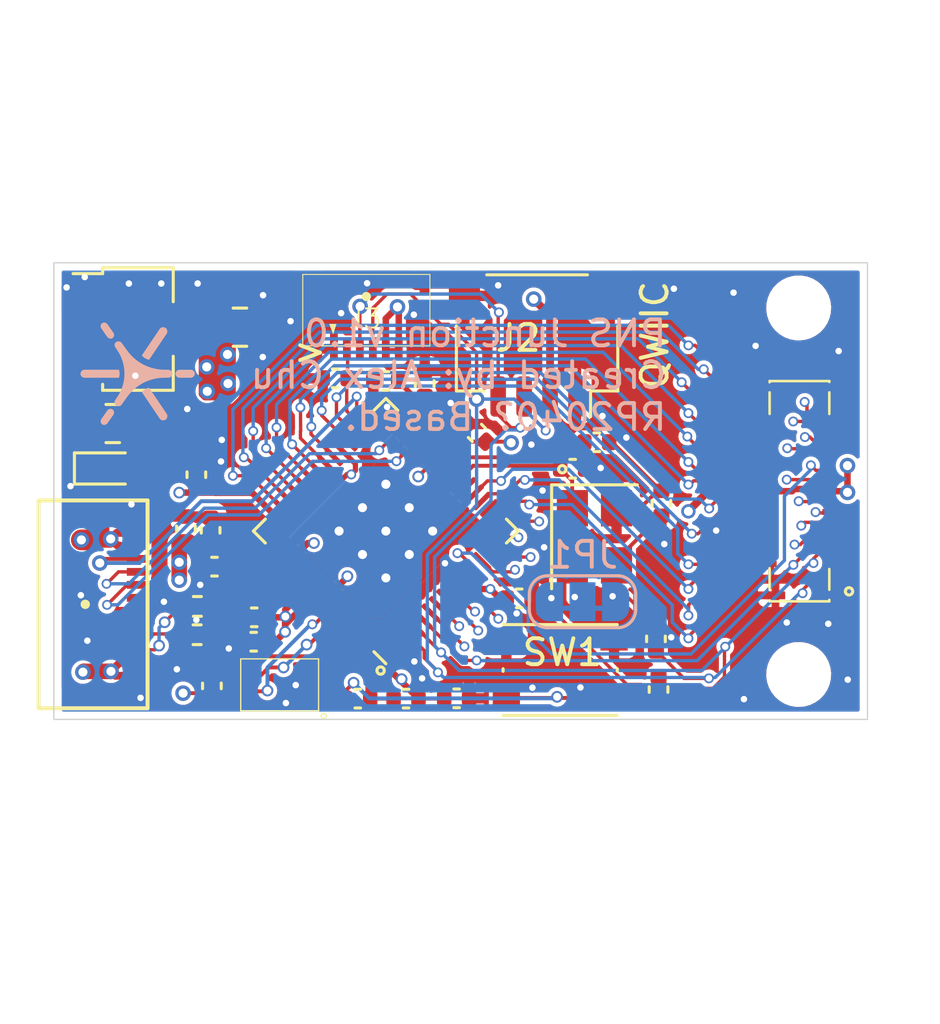
<source format=kicad_pcb>
(kicad_pcb (version 20221018) (generator pcbnew)
  (title_block (title "RP2040 Minimal Design Example") (date "2020-07-13") (rev "REV1") (company "Raspberry Pi (Trading) Ltd"))
  (layers (0 "F.Cu" signal) (1 "In1.Cu" signal) (2 "In2.Cu" signal) (31 "B.Cu" signal) (34 "B.Paste" user) (35 "F.Paste" user) (36 "B.SilkS" user "B.Silkscreen") (37 "F.SilkS" user "F.Silkscreen") (38 "B.Mask" user) (39 "F.Mask" user) (44 "Edge.Cuts" user))
  (net 0 "")
  (net 1 "GND")
  (net 2 "VBUS")
  (net 3 "/XIN")
  (net 4 "/XOUT")
  (net 5 "+3V3")
  (net 6 "+1V1")
  (net 7 "Net-(C18-Pad1)")
  (net 8 "/~{USB_BOOT}")
  (net 9 "/GPIO15")
  (net 10 "/GPIO14")
  (net 11 "/GPIO13")
  (net 12 "/GPIO12")
  (net 13 "/GPIO11")
  (net 14 "/GPIO10")
  (net 15 "/GPIO9")
  (net 16 "/GPIO8")
  (net 17 "/GPIO7")
  (net 18 "/GPIO6")
  (net 19 "/GPIO5")
  (net 20 "/GPIO4")
  (net 21 "/GPIO3")
  (net 22 "/GPIO2")
  (net 23 "/GPIO1")
  (net 24 "/GPIO0")
  (net 25 "/GPIO29_ADC3")
  (net 26 "/GPIO28_ADC2")
  (net 27 "/GPIO27_ADC1")
  (net 28 "/GPIO26_ADC0")
  (net 29 "/GPIO25")
  (net 30 "/GPIO24")
  (net 31 "/GPIO23")
  (net 32 "/GPIO22")
  (net 33 "/GPIO21")
  (net 34 "/GPIO20")
  (net 35 "/GPIO19")
  (net 36 "/GPIO18")
  (net 37 "/GPIO17")
  (net 38 "/GPIO16")
  (net 39 "/RUN")
  (net 40 "/SWD")
  (net 41 "/SWCLK")
  (net 42 "Net-(JP1-A)")
  (net 43 "/QSPI_SD3")
  (net 44 "/QSPI_SCLK")
  (net 45 "/QSPI_SD0")
  (net 46 "/QSPI_SD2")
  (net 47 "/QSPI_SD1")
  (net 48 "/USB_D+")
  (net 49 "/USB_D-")
  (net 50 "Net-(U3-USB_DP)")
  (net 51 "Net-(U3-USB_DM)")
  (net 52 "Net-(JP1-B)")
  (net 53 "/QSPI_SS")
  (footprint "Capacitor_SMD:C_0402_1005Metric" (layer "F.Cu") (at 108.04 87.95 90)
    (fp_text reference "C10")
    (fp_text value "1u")
  )
  (footprint "Capacitor_SMD:C_0402_1005Metric" (layer "F.Cu") (at 108.19 89.35 180)
    (fp_text reference "C8")
    (fp_text value "1u")
  )
  (footprint "Capacitor_SMD:C_0402_1005Metric" (layer "F.Cu") (at 118.299411 84.199411 135)
    (fp_text reference "C12")
    (fp_text value "100n")
  )
  (footprint "Capacitor_SMD:C_0402_1005Metric" (layer "F.Cu") (at 122.92 84.56 180)
    (fp_text reference "R6")
    (fp_text value "1k")
  )
  (footprint "RP2040_minimal:RP2040-QFN-56" (layer "F.Cu") (at 114.793122 87.98 135)
    (fp_text reference "U3")
    (fp_text value "RP2040")
  )
  (footprint "Capacitor_SMD:C_0805_2012Metric" (layer "F.Cu") (at 109.17 80.13)
    (fp_text reference "C4")
    (fp_text value "10u")
  )
  (footprint "USER_Global:FPC-0.5-12P" (layer "F.Cu") (at 103.21 90.8 -90)
    (fp_text reference "J5")
    (fp_text value "FHR34SRJ-12S" hide)
  )
  (footprint "Capacitor_SMD:C_0402_1005Metric" (layer "F.Cu") (at 114.79 82.2 180)
    (fp_text reference "C7")
    (fp_text value "100n")
  )
  (footprint "Capacitor_SMD:C_0402_1005Metric" (layer "F.Cu") (at 107.49 85.81 90)
    (fp_text reference "C14")
    (fp_text value "100n")
  )
  (footprint "MountingHole:MountingHole_2.2mm_M2" (layer "F.Cu") (at 130.51 93.5)
    (fp_text reference "H1")
    (fp_text value "MountingHole" hide)
  )
  (footprint "Capacitor_SMD:C_0402_1005Metric" (layer "F.Cu") (at 116.29 82.3 90)
    (fp_text reference "C6")
    (fp_text value "100n")
  )
  (footprint "Crystal:Crystal_SMD_3225-4Pin_3.2x2.5mm" (layer "F.Cu") (at 122.83 88.2 -90)
    (fp_text reference "Y2")
    (fp_text value "Crystal_GND24 YSX321SL 12MHz ±10ppm 9pF" hide)
  )
  (footprint "Capacitor_SMD:C_0402_1005Metric" (layer "F.Cu") (at 109.7 92.24 180)
    (fp_text reference "C15")
    (fp_text value "100n")
  )
  (footprint "Capacitor_SMD:C_0402_1005Metric" (layer "F.Cu") (at 117.52 94.42)
    (fp_text reference "C9")
    (fp_text value "100n")
  )
  (footprint "Capacitor_SMD:C_0402_1005Metric" (layer "F.Cu") (at 119.93 90.57)
    (fp_text reference "C16")
    (fp_text value "100n")
  )
  (footprint "Capacitor_SMD:C_0402_1005Metric" (layer "F.Cu") (at 109.72 91.3 180)
    (fp_text reference "C13")
    (fp_text value "100n")
  )
  (footprint "Capacitor_SMD:C_0402_1005Metric" (layer "F.Cu") (at 113.71 94.43 180)
    (fp_text reference "R1")
    (fp_text value "1k")
  )
  (footprint "USER_Global:BM20B(0.8)-30DS-0.4V(51)" (layer "F.Cu") (at 131.61 83.53 -90)
    (fp_text reference "J4")
    (fp_text value "Conn_02x15_Counter_Clockwise B2B connector 30P")
  )
  (footprint "Package_TO_SOT_SMD:SOT-89-3" (layer "F.Cu") (at 105.24 80.2)
    (fp_text reference "U4")
    (fp_text value "AMS1117-3.3")
  )
  (footprint "Resistor_SMD:R_0402_1005Metric" (layer "F.Cu") (at 107.53 90.88)
    (fp_text reference "R4")
    (fp_text value "27")
  )
  (footprint "Capacitor_SMD:C_0402_1005Metric" (layer "F.Cu") (at 108.09 93.94 90)
    (fp_text reference "C5")
    (fp_text value "100n")
  )
  (footprint "Capacitor_SMD:C_0402_1005Metric" (layer "F.Cu") (at 112.84 82.1)
    (fp_text reference "C2")
    (fp_text value "100n")
  )
  (footprint "Capacitor_SMD:C_0402_1005Metric" (layer "F.Cu") (at 125.2 92.13 90)
    (fp_text reference "R5")
    (fp_text value "4.7k")
  )
  (footprint "MountingHole:MountingHole_2.2mm_M2" (layer "F.Cu") (at 130.73 79.39)
    (fp_text reference "H2")
    (fp_text value "MountingHole")
  )
  (footprint "Capacitor_SMD:C_0402_1005Metric" (layer "F.Cu") (at 125.41 86.91 -90)
    (fp_text reference "C18")
    (fp_text value "15p")
  )
  (footprint "Resistor_SMD:R_0402_1005Metric" (layer "F.Cu") (at 107.52 91.97)
    (fp_text reference "R3")
    (fp_text value "27")
  )
  (footprint "Capacitor_SMD:C_0402_1005Metric" (layer "F.Cu") (at 115.57 94.43 180)
    (fp_text reference "R2")
    (fp_text value "DNF")
  )
  (footprint "Connector_JST:JST_SH_SM04B-SRSS-TB_1x04-1MP_P1.00mm_Horizontal" (layer "F.Cu") (at 120.62 80.8 180)
    (fp_text reference "J2")
    (fp_text value "Qwiic Connector I2C")
  )
  (footprint "Capacitor_SMD:C_0402_1005Metric" (layer "F.Cu") (at 107.09 87.9 90)
    (fp_text reference "C11")
    (fp_text value "100n")
  )
  (footprint "Button_Switch_SMD:SW_Push_1P1T_NO_Vertical_Wuerth_434133025816" (layer "F.Cu") (at 121.51 93.33)
    (fp_text reference "SW1")
    (fp_text value "SW_Push")
  )
  (footprint "USER_Global:USON8_2X3MM" (layer "F.Cu") (at 110.7 93.9 180)
    (fp_text reference "U2")
    (fp_text value "W25Q32JVUUIQ 32M USON-8")
  )
  (footprint "USER_Global:FH34RJ-6S" (layer "F.Cu") (at 114.04 78.95 180)
    (fp_text reference "J3")
    (fp_text value "FH34RJ-6S" hide)
  )
  (footprint "Diode_SMD:D_SOD-523" (layer "F.Cu") (at 104.0525 85.57)
    (fp_text reference "D1")
    (fp_text value "ESD5Z6V")
  )
  (footprint "Capacitor_SMD:C_0402_1005Metric" (layer "F.Cu") (at 125.3 94.08 -90)
    (fp_text reference "R7")
    (fp_text value "4.7k")
  )
  (footprint "Capacitor_SMD:C_0402_1005Metric" (layer "F.Cu") (at 121.99 85.58)
    (fp_text reference "C19")
    (fp_text value "15p")
  )
  (footprint "Capacitor_SMD:C_0805_2012Metric" (layer "F.Cu") (at 104.27 83.84)
    (fp_text reference "C1")
    (fp_text value "10u")
  )
  (footprint "Jumper:SolderJumper-3_P1.3mm_Open_RoundedPad1.0x1.5mm_NumberLabels" (layer "B.Cu") (at 122.37 90.7 180)
    (fp_text reference "JP1")
    (fp_text value "SolderJumper_3_Bridged123")
  )
  (gr_poly (pts (xy 106.710445 81.929506) (xy 106.710955 81.935128) (xy 106.711796 81.940781) (xy 106.712958 81.94645) (xy 106.714434 81.952121) (xy 106.716215 81.957779) (xy 106.718293 81.96341) (xy 106.720659 81.968999) (xy 106.723305 81.974531) (xy 106.726224 81.979992) (xy 106.729406 81.985367) (xy 106.732843 81.990642) (xy 106.736526 81.995802) (xy 106.740449 82.000833) (xy 106.744601 82.005719) (xy 106.748976 82.010447) (xy 106.753564 82.015001) (xy 106.758357 82.019367) (xy 106.763348 82.02353) (xy 106.768527 82.027477) (xy 106.773886 82.031191) (xy 106.779417 82.03466) (xy 106.785112 82.037867) (xy 106.790962 82.040798) (xy 106.796959 82.04344) (xy 106.803094 82.045776) (xy 106.80936 82.047793) (xy 106.815748 82.049476) (xy 106.82225 82.050811) (xy 106.828857 82.051782) (xy 106.835561 82.052376) (xy 106.842353 82.052577) (xy 107.272732 82.052577) (xy 107.279524 82.052308) (xy 107.286228 82.05167) (xy 107.292834 82.050675) (xy 107.299336 82.049336) (xy 107.305723 82.047667) (xy 107.311989 82.045679) (xy 107.318124 82.043385) (xy 107.324121 82.040799) (xy 107.329971 82.037932) (xy 107.335665 82.034798) (xy 107.341196 82.031409) (xy 107.346555 82.027778) (xy 107.351733 82.023918) (xy 107.356723 82.019841) (xy 107.361516 82.01556) (xy 107.366104 82.011089) (xy 107.370478 82.006438) (xy 107.374631 82.001623) (xy 107.378553 81.996654) (xy 107.382236 81.991545) (xy 107.385673 81.986308) (xy 107.388855 81.980957) (xy 107.391773 81.975504) (xy 107.394419 81.969961) (xy 107.396785 81.964342) (xy 107.398862 81.958659) (xy 107.400643 81.952924) (xy 107.402119 81.947151) (xy 107.403281 81.941353) (xy 107.404122 81.935541) (xy 107.404632 81.92973) (xy 107.404804 81.92393) (xy 107.404632 81.918053) (xy 107.404122 81.912168) (xy 107.403281 81.906288) (xy 107.402119 81.900427) (xy 107.400643 81.894596) (xy 107.398862 81.888809) (xy 107.396785 81.883078) (xy 107.394419 81.877416) (xy 107.391773 81.871835) (xy 107.388855 81.866349) (xy 107.385673 81.860971) (xy 107.382236 81.855712) (xy 107.378553 81.850585) (xy 107.374631 81.845604) (xy 107.370478 81.840781) (xy 107.366104 81.836128) (xy 107.361516 81.831659) (xy 107.356723 81.827386) (xy 107.351733 81.823322) (xy 107.346555 81.81948) (xy 107.341196 81.815872) (xy 107.335665 81.812511) (xy 107.329971 81.809409) (xy 107.324121 81.80658) (xy 107.318124 81.804037) (xy 107.311989 81.801791) (xy 107.305723 81.799856) (xy 107.299336 81.798244) (xy 107.292834 81.796968) (xy 107.286228 81.796041) (xy 107.279524 81.795475) (xy 107.272732 81.795284) (xy 106.842353 81.795284) (xy 106.835561 81.795485) (xy 106.828857 81.796079) (xy 106.82225 81.79705) (xy 106.815748 81.798385) (xy 106.80936 81.800068) (xy 106.803094 81.802085) (xy 106.796959 81.804422) (xy 106.790962 81.807064) (xy 106.785112 81.809995) (xy 106.779417 81.813203) (xy 106.773886 81.816671) (xy 106.768527 81.820386) (xy 106.763348 81.824333) (xy 106.758357 81.828496) (xy 106.753564 81.832863) (xy 106.748976 81.837417) (xy 106.744601 81.842145) (xy 106.740449 81.847031) (xy 106.736526 81.852062) (xy 106.732843 81.857222) (xy 106.729406 81.862497) (xy 106.726224 81.867872) (xy 106.723305 81.873333) (xy 106.720659 81.878865) (xy 106.718293 81.884454) (xy 106.716215 81.890085) (xy 106.714434 81.895743) (xy 106.712958 81.901413) (xy 106.711796 81.907082) (xy 106.710955 81.912734) (xy 106.710445 81.918355) (xy 106.710273 81.92393)) (stroke (width 0.0525)) (fill solid) (layer "B.SilkS"))
  (gr_poly (pts (xy 103.052566 81.928956) (xy 103.053026 81.934841) (xy 103.053787 81.940721) (xy 103.054843 81.946582) (xy 103.056188 81.952413) (xy 103.057816 81.9582) (xy 103.059721 81.963931) (xy 103.061899 81.969593) (xy 103.064343 81.975173) (xy 103.067047 81.980659) (xy 103.070007 81.986038) (xy 103.073216 81.991297) (xy 103.076669 81.996423) (xy 103.08036 82.001404) (xy 103.084283 82.006227) (xy 103.088433 82.010879) (xy 103.092804 82.015348) (xy 103.097391 82.019621) (xy 103.102188 82.023685) (xy 103.107188 82.027527) (xy 103.112387 82.031135) (xy 103.117779 82.034496) (xy 103.123359 82.037597) (xy 103.129119 82.040426) (xy 103.135056 82.04297) (xy 103.141163 82.045216) (xy 103.147434 82.047151) (xy 103.153865 82.048763) (xy 103.160448 82.050038) (xy 103.16718 82.050965) (xy 103.174053 82.051531) (xy 103.181063 82.051722) (xy 104.488142 82.051722) (xy 104.492965 82.035123) (xy 104.497146 82.018751) (xy 104.500683 82.002573) (xy 104.503577 81.986554) (xy 104.505828 81.970661) (xy 104.507436 81.954859) (xy 104.5084 81.939116) (xy 104.508722 81.923396) (xy 104.5084 81.907666) (xy 104.507436 81.891892) (xy 104.505828 81.87604) (xy 104.503577 81.860076) (xy 104.500683 81.843966) (xy 104.497146 81.827677) (xy 104.492965 81.811174) (xy 104.488142 81.794424) (xy 103.181063 81.794424) (xy 103.174053 81.794615) (xy 103.16718 81.795181) (xy 103.160448 81.796108) (xy 103.153865 81.797384) (xy 103.147434 81.798996) (xy 103.141163 81.800932) (xy 103.135056 81.803178) (xy 103.129119 81.805722) (xy 103.123359 81.808551) (xy 103.117779 81.811653) (xy 103.112387 81.815014) (xy 103.107188 81.818623) (xy 103.102188 81.822465) (xy 103.097391 81.82653) (xy 103.092804 81.830803) (xy 103.088433 81.835272) (xy 103.084283 81.839925) (xy 103.08036 81.844749) (xy 103.076669 81.84973) (xy 103.073216 81.854857) (xy 103.070007 81.860117) (xy 103.067047 81.865496) (xy 103.064343 81.870982) (xy 103.061899 81.876563) (xy 103.059721 81.882225) (xy 103.057816 81.887956) (xy 103.056188 81.893744) (xy 103.054843 81.899574) (xy 103.053787 81.905436) (xy 103.053026 81.911316) (xy 103.052566 81.917201) (xy 103.052411 81.923079)) (stroke (width 0.0525)) (fill solid) (layer "B.SilkS"))
  (gr_poly (pts (xy 105.434087 81.22845) (xy 105.446474 81.240873) (xy 105.459275 81.252779) (xy 105.472477 81.264159) (xy 105.486067 81.275007) (xy 105.500029 81.285315) (xy 105.514351 81.295075) (xy 105.529018 81.30428) (xy 105.544017 81.312922) (xy 105.559333 81.320994) (xy 105.574954 81.328488) (xy 105.590864 81.335396) (xy 105.607051 81.341712) (xy 105.6235 81.347427) (xy 105.640198 81.352534) (xy 105.65713 81.357026) (xy 106.32439 80.368143) (xy 106.328213 80.362193) (xy 106.331646 80.356092) (xy 106.334695 80.349856) (xy 106.337369 80.343498) (xy 106.339673 80.337036) (xy 106.341615 80.330483) (xy 106.343201 80.323854) (xy 106.344438 80.317166) (xy 106.345334 80.310432) (xy 106.345895 80.303668) (xy 106.346128 80.296888) (xy 106.34604 80.290109) (xy 106.345638 80.283345) (xy 106.344929 80.276611) (xy 106.343919 80.269923) (xy 106.342616 80.263294) (xy 106.341027 80.256741) (xy 106.339158 80.250279) (xy 106.337017 80.243922) (xy 106.33461 80.237685) (xy 106.331944 80.231585) (xy 106.329026 80.225635) (xy 106.325863 80.219851) (xy 106.322462 80.214247) (xy 106.31883 80.20884) (xy 106.314974 80.203644) (xy 106.310901 80.198674) (xy 106.306617 80.193945) (xy 106.30213 80.189473) (xy 106.297446 80.185271) (xy 106.292572 80.181357) (xy 106.287516 80.177744) (xy 106.282259 80.174427) (xy 106.276792 80.171392) (xy 106.271133 80.16864) (xy 106.265297 80.166171) (xy 106.2593 80.163986) (xy 106.25316 80.162086) (xy 106.246893 80.160471) (xy 106.240515 80.159142) (xy 106.234043 80.158099) (xy 106.227494 80.157343) (xy 106.220883 80.156875) (xy 106.214227 80.156696) (xy 106.207543 80.156805) (xy 106.200847 80.157204) (xy 106.194157 80.157894) (xy 106.187487 80.158874) (xy 106.180855 80.160145) (xy 106.174277 80.161709) (xy 106.16777 80.163565) (xy 106.16135 80.165715) (xy 106.155034 80.168159) (xy 106.148838 80.170897) (xy 106.142778 80.173931) (xy 106.136872 80.17726) (xy 106.131135 80.180886) (xy 106.125585 80.184809) (xy 106.120237 80.18903) (xy 106.115108 80.193549) (xy 106.110215 80.198368) (xy 106.105574 80.203486) (xy 106.101201 80.208904) (xy 106.097113 80.214623) (xy 105.422129 81.215516)) (stroke (width 0.0525)) (fill solid) (layer "B.SilkS"))
  (gr_poly (pts (xy 103.828676 80.095108) (xy 103.828983 80.101088) (xy 103.829576 80.10709) (xy 103.830454 80.113104) (xy 103.83162 80.119119) (xy 103.833074 80.125126) (xy 103.834816 80.131116) (xy 103.836849 80.137079) (xy 103.839172 80.143005) (xy 103.841787 80.148883) (xy 103.844695 80.154705) (xy 103.847897 80.160461) (xy 103.851393 80.166141) (xy 103.855185 80.171735) (xy 104.074749 80.485638) (xy 104.078793 80.490995) (xy 104.083036 80.496126) (xy 104.087468 80.501029) (xy 104.092077 80.505699) (xy 104.096853 80.510133) (xy 104.101785 80.514327) (xy 104.10686 80.518278) (xy 104.112069 80.521981) (xy 104.1174 80.525433) (xy 104.122841 80.528629) (xy 104.128382 80.531567) (xy 104.134011 80.534243) (xy 104.139717 80.536652) (xy 104.14549 80.538791) (xy 104.151318 80.540656) (xy 104.157189 80.542243) (xy 104.163093 80.543549) (xy 104.169019 80.54457) (xy 104.174955 80.545302) (xy 104.18089 80.545741) (xy 104.186813 80.545884) (xy 104.192713 80.545726) (xy 104.198579 80.545264) (xy 104.2044 80.544495) (xy 104.210164 80.543414) (xy 104.21586 80.542018) (xy 104.221478 80.540302) (xy 104.227005 80.538264) (xy 104.232431 80.535899) (xy 104.237746 80.533203) (xy 104.242936 80.530174) (xy 104.247992 80.526806) (xy 104.252774 80.523157) (xy 104.257307 80.519292) (xy 104.261591 80.51522) (xy 104.265622 80.510954) (xy 104.2694 80.506502) (xy 104.272922 80.501875) (xy 104.276187 80.497083) (xy 104.279192 80.492137) (xy 104.281935 80.487046) (xy 104.284416 80.481821) (xy 104.286631 80.476472) (xy 104.288579 80.471009) (xy 104.290259 80.465442) (xy 104.291667 80.459782) (xy 104.292803 80.454038) (xy 104.293665 80.448222) (xy 104.29425 80.442343) (xy 104.294557 80.436411) (xy 104.294583 80.430437) (xy 104.294328 80.42443) (xy 104.293789 80.418402) (xy 104.292963 80.412362) (xy 104.29185 80.40632) (xy 104.290448 80.400287) (xy 104.288754 80.394273) (xy 104.286767 80.388288) (xy 104.284484 80.382342) (xy 104.281905 80.376445) (xy 104.279026 80.370608) (xy 104.275847 80.364841) (xy 104.272364 80.359155) (xy 104.268577 80.353558) (xy 104.049013 80.039655) (xy 104.044972 80.034221) (xy 104.040736 80.029016) (xy 104.036315 80.024045) (xy 104.03172 80.019312) (xy 104.026962 80.01482) (xy 104.022051 80.010573) (xy 104.016998 80.006575) (xy 104.011814 80.002829) (xy 104.006509 79.999339) (xy 104.001094 79.99611) (xy 103.99558 79.993144) (xy 103.989977 79.990446) (xy 103.984297 79.988019) (xy 103.978549 79.985868) (xy 103.972745 79.983995) (xy 103.966895 79.982405) (xy 103.961009 79.981102) (xy 103.955099 79.980089) (xy 103.949176 79.979369) (xy 103.943249 79.978948) (xy 103.93733 79.978828) (xy 103.931429 79.979013) (xy 103.925557 79.979507) (xy 103.919724 79.980315) (xy 103.913942 79.981439) (xy 103.90822 79.982883) (xy 103.902571 79.984651) (xy 103.897003 79.986747) (xy 103.891529 79.989175) (xy 103.886158 79.991939) (xy 103.880901 79.995041) (xy 103.87577 79.998487) (xy 103.870838 80.002212) (xy 103.866173 80.006143) (xy 103.861776 80.01027) (xy 103.857648 80.014585) (xy 103.853791 80.019076) (xy 103.850204 80.023735) (xy 103.84689 80.028552) (xy 103.843849 80.033517) (xy 103.841081 80.03862) (xy 103.838588 80.043851) (xy 103.836371 80.049201) (xy 103.834431 80.05466) (xy 103.832768 80.060219) (xy 103.831384 80.065866) (xy 103.83028 80.071594) (xy 103.829456 80.077392) (xy 103.828913 80.08325) (xy 103.828653 80.089158)) (stroke (width 0.0525)) (fill solid) (layer "B.SilkS"))
  (gr_poly (pts (xy 104.364441 83.029275) (xy 104.364801 83.035576) (xy 104.365457 83.041833) (xy 104.36641 83.048035) (xy 104.367659 83.05417) (xy 104.369207 83.060226) (xy 104.371052 83.066193) (xy 104.373197 83.072057) (xy 104.375642 83.077809) (xy 104.378386 83.083435) (xy 104.381432 83.088925) (xy 104.384779 83.094266) (xy 104.388428 83.099448) (xy 104.39238 83.104458) (xy 104.396636 83.109285) (xy 104.401195 83.113917) (xy 104.406059 83.118343) (xy 104.411228 83.122551) (xy 104.416704 83.126529) (xy 104.422403 83.130188) (xy 104.428235 83.133452) (xy 104.434187 83.136326) (xy 104.440248 83.138818) (xy 104.446405 83.140933) (xy 104.452644 83.142679) (xy 104.458953 83.144061) (xy 104.465321 83.145086) (xy 104.471733 83.145761) (xy 104.478179 83.146092) (xy 104.484644 83.146085) (xy 104.491117 83.145747) (xy 104.497585 83.145084) (xy 104.504035 83.144103) (xy 104.510456 83.14281) (xy 104.516833 83.141212) (xy 104.523155 83.139315) (xy 104.52941 83.137125) (xy 104.535584 83.134649) (xy 104.541665 83.131893) (xy 104.54764 83.128865) (xy 104.553497 83.125569) (xy 104.559224 83.122013) (xy 104.564807 83.118204) (xy 104.570235 83.114146) (xy 104.575494 83.109848) (xy 104.580572 83.105315) (xy 104.585457 83.100555) (xy 104.590135 83.095572) (xy 104.594596 83.090374) (xy 104.598824 83.084968) (xy 104.602809 83.079359) (xy 104.798363 82.804906) (xy 104.864123 82.718412) (xy 104.934515 82.63655) (xy 105.009287 82.559453) (xy 105.088185 82.48725) (xy 105.170959 82.420073) (xy 105.257354 82.358052) (xy 105.347118 82.301317) (xy 105.44 82.25) (xy 105.535746 82.204231) (xy 105.634104 82.16414) (xy 105.734822 82.129859) (xy 105.837646 82.101518) (xy 105.942325 82.079247) (xy 106.048605 82.063178) (xy 106.156235 82.05344) (xy 106.264962 82.050166) (xy 106.409905 82.050166) (xy 106.416766 82.050047) (xy 106.423515 82.04954) (xy 106.430144 82.048658) (xy 106.436647 82.047417) (xy 106.443017 82.045828) (xy 106.449246 82.043907) (xy 106.455329 82.041666) (xy 106.461258 82.03912) (xy 106.467026 82.036283) (xy 106.472626 82.033169) (xy 106.478052 82.02979) (xy 106.483296 82.026161) (xy 106.488351 82.022297) (xy 106.493211 82.01821) (xy 106.497869 82.013914) (xy 106.502318 82.009424) (xy 106.506551 82.004752) (xy 106.510561 81.999914) (xy 106.51434 81.994922) (xy 106.517883 81.989791) (xy 106.521183 81.984535) (xy 106.524231 81.979166) (xy 106.527022 81.9737) (xy 106.529549 81.968149) (xy 106.531804 81.962528) (xy 106.533781 81.95685) (xy 106.535473 81.95113) (xy 106.536872 81.945381) (xy 106.537973 81.939616) (xy 106.538768 81.933851) (xy 106.53925 81.928098) (xy 106.539412 81.922371) (xy 106.53925 81.91672) (xy 106.538768 81.911032) (xy 106.537974 81.905323) (xy 106.536874 81.899606) (xy 106.535476 81.893895) (xy 106.533787 81.888204) (xy 106.531813 81.882548) (xy 106.529562 81.876941) (xy 106.527041 81.871396) (xy 106.524257 81.865929) (xy 106.521217 81.860552) (xy 106.517929 81.855281) (xy 106.514398 81.850129) (xy 106.510633 81.84511) (xy 106.506639 81.840239) (xy 106.502426 81.83553) (xy 106.497998 81.830997) (xy 106.493364 81.826654) (xy 106.488531 81.822514) (xy 106.483506 81.818594) (xy 106.478295 81.814905) (xy 106.472905 81.811463) (xy 106.467345 81.808282) (xy 106.461621 81.805376) (xy 106.455739 81.802759) (xy 106.449708 81.800445) (xy 106.443533 81.798448) (xy 106.437223 81.796782) (xy 106.430784 81.795462) (xy 106.424223 81.794502) (xy 106.417548 81.793915) (xy 106.410765 81.793716) (xy 106.265822 81.793716) (xy 106.157105 81.790442) (xy 106.049501 81.780704) (xy 105.943259 81.764635) (xy 105.838627 81.742364) (xy 105.735855 81.714023) (xy 105.635191 81.679741) (xy 105.536883 81.639651) (xy 105.441181 81.593881) (xy 105.348334 81.542564) (xy 105.25859 81.485829) (xy 105.172198 81.423808) (xy 105.089406 81.35663) (xy 105.010464 81.284427) (xy 104.93562 81.20733) (xy 104.865123 81.125468) (xy 104.799222 81.038973) (xy 104.603669 80.764523) (xy 104.599606 80.759075) (xy 104.595304 80.753828) (xy 104.590776 80.74879) (xy 104.586035 80.743967) (xy 104.581092 80.739365) (xy 104.575961 80.73499) (xy 104.570654 80.730849) (xy 104.565183 80.726948) (xy 104.559562 80.723293) (xy 104.553803 80.719891) (xy 104.547918 80.716748) (xy 104.541919 80.713869) (xy 104.535821 80.711262) (xy 104.529634 80.708933) (xy 104.523372 80.706887) (xy 104.517047 80.705132) (xy 104.510672 80.703673) (xy 104.504259 80.702517) (xy 104.497821 80.70167) (xy 104.49137 80.701138) (xy 104.48492 80.700928) (xy 104.478482 80.701046) (xy 104.472069 80.701498) (xy 104.465694 80.702291) (xy 104.459369 80.70343) (xy 104.453106 80.704922) (xy 104.44692 80.706774) (xy 104.440821 80.708991) (xy 104.434822 80.71158) (xy 104.428937 80.714547) (xy 104.423177 80.717899) (xy 104.417555 80.721641) (xy 104.412154 80.725663) (xy 104.407044 80.729843) (xy 104.402226 80.734174) (xy 104.3977 80.73865) (xy 104.393467 80.743263) (xy 104.389527 80.748005) (xy 104.385881 80.75287) (xy 104.382528 80.757851) (xy 104.379469 80.762939) (xy 104.376704 80.768128) (xy 104.374234 80.773411) (xy 104.372059 80.77878) (xy 104.370179 80.784228) (xy 104.368594 80.789748) (xy 104.367306 80.795333) (xy 104.366313 80.800975) (xy 104.365617 80.806668) (xy 104.365218 80.812404) (xy 104.365116 80.818175) (xy 104.365311 80.823975) (xy 104.365804 80.829797) (xy 104.366595 80.835632) (xy 104.367684 80.841474) (xy 104.369072 80.847317) (xy 104.370759 80.853151) (xy 104.372746 80.858971) (xy 104.375032 80.864769) (xy 104.377618 80.870537) (xy 104.380504 80.87627) (xy 104.383691 80.881958) (xy 104.387179 80.887596) (xy 104.390967 80.893175) (xy 104.469877 81.011536) (xy 104.534694 81.116673) (xy 104.590846 81.225273) (xy 104.638332 81.336838) (xy 104.67715 81.45087) (xy 104.707299 81.566873) (xy 104.728779 81.684348) (xy 104.741587 81.802798) (xy 104.745722 81.921726) (xy 104.741184 82.040633) (xy 104.727971 82.159023) (xy 104.706081 82.276398) (xy 104.675515 82.39226) (xy 104.636269 82.506112) (xy 104.588344 82.617457) (xy 104.531737 82.725796) (xy 104.466448 82.830632) (xy 104.390116 82.94299) (xy 104.386399 82.948681) (xy 104.38297 82.954492) (xy 104.379828 82.96041) (xy 104.376975 82.966424) (xy 104.374411 82.972522) (xy 104.372136 82.978692) (xy 104.370152 82.984924) (xy 104.368459 82.991205) (xy 104.367057 82.997523) (xy 104.365947 83.003868) (xy 104.36513 83.010227) (xy 104.364606 83.016589) (xy 104.364376 83.022942)) (stroke (width 0.0525)) (fill solid) (layer "B.SilkS"))
  (gr_poly (pts (xy 103.828913 83.763778) (xy 103.829456 83.769635) (xy 103.83028 83.775433) (xy 103.831384 83.78116) (xy 103.832768 83.786808) (xy 103.834431 83.792366) (xy 103.836371 83.797825) (xy 103.838588 83.803176) (xy 103.841081 83.808407) (xy 103.843849 83.81351) (xy 103.84689 83.818474) (xy 103.850204 83.823291) (xy 103.853791 83.82795) (xy 103.857648 83.832442) (xy 103.861776 83.836757) (xy 103.866173 83.840885) (xy 103.870838 83.844816) (xy 103.87577 83.84854) (xy 103.880901 83.851986) (xy 103.886158 83.855089) (xy 103.891529 83.857853) (xy 103.897003 83.860281) (xy 103.902571 83.862377) (xy 103.90822 83.864146) (xy 103.913942 83.86559) (xy 103.919724 83.866714) (xy 103.925557 83.867521) (xy 103.931429 83.868016) (xy 103.93733 83.868201) (xy 103.943249 83.868081) (xy 103.949176 83.86766) (xy 103.955099 83.866941) (xy 103.961009 83.865927) (xy 103.966895 83.864624) (xy 103.972745 83.863034) (xy 103.978549 83.861162) (xy 103.984297 83.85901) (xy 103.989977 83.856584) (xy 103.99558 83.853886) (xy 104.001094 83.85092) (xy 104.006509 83.847691) (xy 104.011814 83.844201) (xy 104.016998 83.840456) (xy 104.022051 83.836458) (xy 104.026962 83.832211) (xy 104.03172 83.827719) (xy 104.036315 83.822986) (xy 104.040736 83.818016) (xy 104.044972 83.812812) (xy 104.049013 83.807378) (xy 104.268577 83.49347) (xy 104.272364 83.487873) (xy 104.275847 83.482187) (xy 104.279026 83.47642) (xy 104.281905 83.470583) (xy 104.284484 83.464687) (xy 104.286767 83.458741) (xy 104.288754 83.452756) (xy 104.290448 83.446742) (xy 104.29185 83.440709) (xy 104.292963 83.434667) (xy 104.293789 83.428627) (xy 104.294328 83.422598) (xy 104.294583 83.416592) (xy 104.294557 83.410618) (xy 104.29425 83.404686) (xy 104.293665 83.398807) (xy 104.292803 83.392991) (xy 104.291667 83.387247) (xy 104.290259 83.381587) (xy 104.288579 83.37602) (xy 104.286631 83.370557) (xy 104.284416 83.365208) (xy 104.281935 83.359983) (xy 104.279192 83.354892) (xy 104.276187 83.349946) (xy 104.272922 83.345154) (xy 104.2694 83.340527) (xy 104.265622 83.336075) (xy 104.261591 83.331809) (xy 104.257307 83.327738) (xy 104.252774 83.323873) (xy 104.247992 83.320224) (xy 104.242936 83.316854) (xy 104.237746 83.313817) (xy 104.232431 83.311111) (xy 104.227005 83.308731) (xy 104.221478 83.306675) (xy 104.21586 83.304939) (xy 104.210164 83.30352) (xy 104.2044 83.302414) (xy 104.198579 83.301619) (xy 104.192713 83.301131) (xy 104.186813 83.300946) (xy 104.18089 83.301062) (xy 104.174955 83.301475) (xy 104.169019 83.302182) (xy 104.163093 83.303179) (xy 104.157189 83.304464) (xy 104.151318 83.306032) (xy 104.14549 83.307882) (xy 104.139717 83.310008) (xy 104.134011 83.312408) (xy 104.128382 83.315079) (xy 104.122841 83.318018) (xy 104.1174 83.321221) (xy 104.112069 83.324684) (xy 104.10686 83.328405) (xy 104.101785 83.332381) (xy 104.096853 83.336607) (xy 104.092077 83.341081) (xy 104.087468 83.345799) (xy 104.083036 83.350758) (xy 104.078793 83.355955) (xy 104.074749 83.361386) (xy 103.855185 83.675298) (xy 103.851393 83.680891) (xy 103.847897 83.686571) (xy 103.844695 83.692326) (xy 103.841787 83.698148) (xy 103.839172 83.704026) (xy 103.836849 83.709951) (xy 103.834816 83.715913) (xy 103.833074 83.721903) (xy 103.83162 83.72791) (xy 103.830454 83.733925) (xy 103.829576 83.739938) (xy 103.828983 83.74594) (xy 103.828676 83.75192) (xy 103.828653 83.757869)) (stroke (width 0.0525)) (fill solid) (layer "B.SilkS"))
  (gr_poly (pts (xy 106.097973 83.633265) (xy 106.102061 83.638984) (xy 106.106434 83.644402) (xy 106.111075 83.64952) (xy 106.115969 83.654338) (xy 106.121098 83.658857) (xy 106.126446 83.663078) (xy 106.131996 83.667001) (xy 106.137733 83.670627) (xy 106.143639 83.673956) (xy 106.149699 83.67699) (xy 106.155895 83.679728) (xy 106.162211 83.682171) (xy 106.16863 83.684321) (xy 106.175137 83.686177) (xy 106.181715 83.687741) (xy 106.188347 83.689012) (xy 106.195016 83.689992) (xy 106.201707 83.690681) (xy 106.208402 83.69108) (xy 106.215086 83.691189) (xy 106.221741 83.691009) (xy 106.228351 83.690541) (xy 106.234901 83.689785) (xy 106.241372 83.688742) (xy 106.24775 83.687413) (xy 106.254016 83.685798) (xy 106.260156 83.683897) (xy 106.266151 83.681712) (xy 106.271987 83.679243) (xy 106.277646 83.676491) (xy 106.283111 83.673456) (xy 106.288367 83.670139) (xy 106.293425 83.666526) (xy 106.298299 83.662612) (xy 106.302984 83.658411) (xy 106.307472 83.653939) (xy 106.311757 83.64921) (xy 106.315831 83.644241) (xy 106.319688 83.639045) (xy 106.32332 83.633638) (xy 106.326722 83.628035) (xy 106.329885 83.622251) (xy 106.332803 83.616301) (xy 106.33547 83.610201) (xy 106.337877 83.603965) (xy 106.340019 83.597608) (xy 106.341888 83.591145) (xy 106.343477 83.584593) (xy 106.34478 83.577964) (xy 106.34579 83.571276) (xy 106.3465 83.564542) (xy 106.346902 83.557778) (xy 106.34699 83.550999) (xy 106.346757 83.54422) (xy 106.346196 83.537456) (xy 106.345301 83.530722) (xy 106.344063 83.524033) (xy 106.342477 83.517405) (xy 106.340535 83.510852) (xy 106.338231 83.504389) (xy 106.335558 83.498032) (xy 106.332508 83.491795) (xy 106.329075 83.485694) (xy 106.325252 83.479744) (xy 105.65713 82.489999) (xy 105.640198 82.494491) (xy 105.6235 82.499598) (xy 105.607051 82.505313) (xy 105.590864 82.511629) (xy 105.574954 82.518537) (xy 105.559333 82.526031) (xy 105.544017 82.534103) (xy 105.529018 82.542746) (xy 105.514351 82.551951) (xy 105.500029 82.561711) (xy 105.486067 82.572019) (xy 105.472477 82.582867) (xy 105.459275 82.594247) (xy 105.446474 82.606153) (xy 105.434087 82.618576) (xy 105.422129 82.631509)) (stroke (width 0.0525)) (fill solid) (layer "B.SilkS"))
  (gr_circle (center 121.59 85.6) (end 121.69 85.7) (stroke (width 0.12)) (fill none) (layer "F.SilkS"))
  (gr_circle (center 132.64 90.3) (end 132.74 90.4) (stroke (width 0.12)) (fill none) (layer "F.SilkS"))
  (gr_circle (center 114.59 93.35) (end 114.69 93.45) (stroke (width 0.12)) (fill none) (layer "F.SilkS"))
  (gr_rect (start 102 77.65) (end 133.35 95.23) (stroke (width 0.05)) (fill none) (layer "Edge.Cuts"))
  (gr_text "PNS Junction v1.0\nCreated by: Alex Chu\nRP2040? Based." (at 125.69 84.18) (layer "B.SilkS") (effects (font (size 1 1)) (justify left bottom mirror)))
  (gr_text "QWIIC" (at 125.74 82.6 90) (layer "F.SilkS") (effects (font (size 1 1)) (justify left bottom)))
  (gr_text "<" (at 112.59 80.6 180) (layer "F.SilkS") (effects (font (size 1 1)) (justify left bottom)))
  (segment (start 117.85 83.86) (end 117.24 83.25) (width 0.3) (layer "F.Cu") (net 1))
  (segment (start 111.32 93.91) (end 111.32 93.49) (width 0.15) (layer "F.Cu") (net 1))
  (segment (start 114.19 85.573756) (end 114.793122 86.17688) (width 0.25) (layer "F.Cu") (net 1))
  (segment (start 114.19 85.55) (end 114.19 85.573756) (width 0.25) (layer "F.Cu") (net 1))
  (segment (start 121.98 89.3) (end 121.98 89.56) (width 0.3) (layer "F.Cu") (net 1))
  (segment (start 132.635 83.645) (end 132.64 83.65) (width 0.25) (layer "F.Cu") (net 1))
  (segment (start 107.64 90.05) (end 107.64 90.15) (width 0.13) (layer "F.Cu") (net 1))
  (segment (start 123.67 86.9) (end 123.67 86.83) (width 0.3) (layer "F.Cu") (net 1))
  (segment (start 108.96 92.5) (end 109.22 92.24) (width 0.25) (layer "F.Cu") (net 1))
  (segment (start 117.395 78.5) (end 117.82 78.925) (width 0.3) (layer "F.Cu") (net 1))
  (segment (start 103.19 78.6) (end 103.29 78.7) (width 0.13) (layer "F.Cu") (net 1))
  (segment (start 123.67 86.9) (end 123.67 86.63) (width 0.2) (layer "F.Cu") (net 1))
  (segment (start 116.29 78.5) (end 117.395 78.5) (width 0.3) (layer "F.Cu") (net 1))
  (segment (start 107.64 90.15) (end 107.54 90.25) (width 0.13) (layer "F.Cu") (net 1))
  (segment (start 131.82 83.645) (end 132.635 83.645) (width 0.25) (layer "F.Cu") (net 1))
  (segment (start 107.64 89.42) (end 107.71 89.35) (width 0.13) (layer "F.Cu") (net 1))
  (segment (start 102.49 78.6) (end 102.45 78.64) (width 0.3) (layer "F.Cu") (net 1))
  (segment (start 121.65 89.38) (end 121.65 91.03) (width 0.2) (layer "F.Cu") (net 1))
  (segment (start 108.74 92.5) (end 108.54 92.5) (width 0.25) (layer "F.Cu") (net 1))
  (segment (start 102.39 78.6) (end 103.19 78.6) (width 0.13) (layer "F.Cu") (net 1))
  (segment (start 121.98 89.56) (end 122.83 90.41) (width 0.3) (layer "F.Cu") (net 1))
  (segment (start 111.66 93.15) (end 111.95 93.15) (width 0.15) (layer "F.Cu") (net 1))
  (segment (start 131.82 83.08) (end 131.79 83.05) (width 0.25) (layer "F.Cu") (net 1))
  (segment (start 131.82 83.645) (end 131.82 83.08) (width 0.25) (layer "F.Cu") (net 1))
  (segment (start 114.793122 86.176878) (end 114.793122 86.17688) (width 0.25) (layer "F.Cu") (net 1))
  (segment (start 103.29 78.7) (end 102.59 78.7) (width 0.3) (layer "F.Cu") (net 1))
  (segment (start 107.59 90.1) (end 107.34 90.1) (width 0.13) (layer "F.Cu") (net 1))
  (segment (start 111.32 93.49) (end 111.66 93.15) (width 0.15) (layer "F.Cu") (net 1))
  (segment (start 121.65 91.03) (end 122.875 92.255) (width 0.2) (layer "F.Cu") (net 1))
  (segment (start 122.875 92.255) (end 123.585 92.255) (width 0.2) (layer "F.Cu") (net 1))
  (segment (start 102.45 78.64) (end 102.45 79.2) (width 0.3) (layer "F.Cu") (net 1))
  (segment (start 107.64 90.05) (end 107.59 90.1) (width 0.13) (layer "F.Cu") (net 1))
  (segment (start 117.930908 86.259092) (end 117.29 86.9) (width 0.2) (layer "F.Cu") (net 1))
  (segment (start 103.29 78.7) (end 103.29 78.35) (width 0.3) (layer "F.Cu") (net 1))
  (segment (start 120.59 89.38) (end 121.65 89.38) (width 0.2) (layer "F.Cu") (net 1))
  (segment (start 107.64 90.05) (end 107.64 89.42) (width 0.13) (layer "F.Cu") (net 1))
  (segment (start 117.96 83.86) (end 117.85 83.86) (width 0.3) (layer "F.Cu") (net 1))
  (segment (start 108.89 92.57) (end 108.89 93) (width 0.25) (layer "F.Cu") (net 1))
  (segment (start 108.54 92.5) (end 108.44 92.6) (width 0.25) (layer "F.Cu") (net 1))
  (segment (start 103.29 78.35) (end 103.19 78.25) (width 0.3) (layer "F.Cu") (net 1))
  (segment (start 102.45 78.64) (end 102.64 78.45) (width 0.3) (layer "F.Cu") (net 1))
  (segment (start 102.39 79.65) (end 102.39 78.6) (width 0.13) (layer "F.Cu") (net 1))
  (segment (start 120.59 90.39) (end 120.59 89.38) (width 0.2) (layer "F.Cu") (net 1))
  (segment (start 102.59 78.7) (end 102.49 78.6) (width 0.3) (layer "F.Cu") (net 1))
  (segment (start 123.67 86.9) (end 123.64 86.9) (width 0.15) (layer "F.Cu") (net 1))
  (segment (start 109.22 92.24) (end 108.89 92.57) (width 0.25) (layer "F.Cu") (net 1))
  (segment (start 117.930908 86.256427) (end 117.930908 86.259092) (width 0.13) (layer "F.Cu") (net 1))
  (segment (start 102.45 79.2) (end 102.45 79.44) (width 0.3) (layer "F.Cu") (net 1))
  (segment (start 120.41 90.57) (end 120.59 90.39) (width 0.2) (layer "F.Cu") (net 1))
  (segment (start 108.74 92.5) (end 108.96 92.5) (width 0.25) (layer "F.Cu") (net 1))
  (via (at 103.19 78.2) (size 0.38) (drill 0.25) (layers "F.Cu" "B.Cu") (net 1))
  (via (at 132.59 93.7) (size 0.38) (drill 0.25) (layers "F.Cu" "B.Cu") (net 1))
  (via (at 119.83 91.15) (size 0.38) (drill 0.25) (layers "F.Cu" "B.Cu") (net 1))
  (via (at 116.19 93.65) (size 0.38) (drill 0.25) (layers "F.Cu" "B.Cu") (net 1))
  (via (at 132.24 81.05) (size 0.38) (drill 0.25) (layers "F.Cu" "B.Cu") (net 1))
  (via (at 114.84 83.2) (size 0.38) (drill 0.25) (layers "F.Cu" "B.Cu") (net 1))
  (via (at 123.14 83.55) (size 0.38) (drill 0.25) (layers "F.Cu" "B.Cu") (net 1))
  (via (at 107.64 90.05) (size 0.38) (drill 0.25) (layers "F.Cu" "B.Cu") (net 1))
  (via (at 129.04 80.85) (size 0.38) (drill 0.25) (layers "F.Cu" "B.Cu") (net 1))
  (via (at 115.89 93) (size 0.38) (drill 0.25) (layers "F.Cu" "B.Cu") (net 1))
  (via (at 120.89 88.6045) (size 0.38) (drill 0.25) (layers "F.Cu" "B.Cu") (net 1))
  (via (at 111.32 93.91) (size 0.38) (drill 0.25) (layers "F.Cu" "B.Cu") (net 1))
  (via (at 110.94 94.6) (size 0.38) (drill 0.25) (layers "F.Cu" "B.Cu") (net 1))
  (via (at 128.59 94.45) (size 0.38) (drill 0.25) (layers "F.Cu" "B.Cu") (net 1))
  (via (at 105.14 82) (size 0.38) (drill 0.25) (layers "F.Cu" "B.Cu") (net 1))
  (via (at 131.84 91.55) (size 0.38) (drill 0.25) (layers "F.Cu" "B.Cu") (net 1))
  (via (at 111.12 79.9) (size 0.38) (drill 0.25) (layers "F.Cu" "B.Cu") (net 1))
  (via (at 102.49 78.6) (size 0.38) (drill 0.25) (layers "F.Cu" "B.Cu") (net 1))
  (via (at 120.83 86.42) (size 0.38) (drill 0.25) (layers "F.Cu" "B.Cu") (net 1))
  (via (at 106.74 93.3) (size 0.38) (drill 0.25) (layers "F.Cu" "B.Cu") (net 1))
  (via (at 119.12 78.52) (size 0.38) (drill 0.25) (layers "F.Cu" "B.Cu") (net 1))
  (via (at 130.24 91.5) (size 0.38) (drill 0.25) (layers "F.Cu" "B.Cu") (net 1))
  (via (at 110.05 81.28) (size 0.38) (drill 0.25) (layers "F.Cu" "B.Cu") (net 1))
  (via (at 120.44 94.01) (size 0.38) (drill 0.25) (layers "F.Cu" "B.Cu") (net 1))
  (via (at 108.44 85.3) (size 0.38) (drill 0.25) (layers "F.Cu" "B.Cu") (net 1))
  (via (at 102.64 86.25) (size 0.38) (drill 0.25) (layers "F.Cu" "B.Cu") (net 1))
  (via (at 107.14 83.28) (size 0.38) (drill 0.25) (layers "F.Cu" "B.Cu") (net 1))
  (via (at 108.74 92.5) (size 0.38) (drill 0.25) (layers "F.Cu" "B.Cu") (net 1))
  (via (at 120.4 84.65) (size 0.38) (drill 0.25) (layers "F.Cu" "B.Cu") (net 1))
  (via (at 103.29 92.2) (size 0.38) (drill 0.25) (layers "F.Cu" "B.Cu") (net 1))
  (via (at 114.07 78.44) (size 0.38) (drill 0.25) (layers "F.Cu" "B.Cu") (net 1))
  (via (at 122.29 94) (size 0.38) (drill 0.25) (layers "F.Cu" "B.Cu") (net 1))
  (via (at 114.793122 86.17688) (size 0.6) (drill 0.35) (layers "F.Cu" "B.Cu") (net 1))
  (via (at 106.14 78.45) (size 0.38) (drill 0.25) (layers "F.Cu" "B.Cu") (net 1))
  (via (at 106.24 90.7) (size 0.38) (drill 0.25) (layers "F.Cu" "B.Cu") (net 1))
  (via (at 110.06 78.9) (size 0.38) (drill 0.25) (layers "F.Cu" "B.Cu") (net 1))
  (via (at 113.07 79.59) (size 0.38) (drill 0.25) (layers "F.Cu" "B.Cu") (net 1))
  (via (at 105.34 94.4) (size 0.38) (drill 0.25) (layers "F.Cu" "B.Cu") (net 1))
  (via (at 103.04 90.45) (size 0.38) (drill 0.25) (layers "F.Cu" "B.Cu") (net 1))
  (via (at 115.87 79.65) (size 0.38) (drill 0.25) (layers "F.Cu" "B.Cu") (net 1))
  (via (at 127.52 87.96) (size 0.38) (drill 0.25) (layers "F.Cu" "B.Cu") (net 1))
  (via (at 104.99 86.95) (size 0.38) (drill 0.25) (layers "F.Cu" "B.Cu") (net 1))
  (via (at 125.52 88.48) (size 0.38) (drill 0.25) (layers "F.Cu" "B.Cu") (net 1))
  (via (at 104.89 78.45) (size 0.38) (drill 0.25) (layers "F.Cu" "B.Cu") (net 1))
  (via (at 108.47 84.47) (size 0.38) (drill 0.25) (layers "F.Cu" "B.Cu") (net 1))
  (via (at 117.07 89.22) (size 0.38) (drill 0.25) (layers "F.Cu" "B.Cu") (net 1))
  (via (at 117.29 83.05) (size 0.38) (drill 0.25) (layers "F.Cu" "B.Cu") (net 1))
  (via (at 124.06 84.38) (size 0.38) (drill 0.25) (layers "F.Cu" "B.Cu") (net 1))
  (via (at 107.49 91.4) (size 0.38) (drill 0.25) (layers "F.Cu" "B.Cu") (net 1))
  (via (at 123.07 85.55) (size 0.38) (drill 0.25) (layers "F.Cu" "B.Cu") (net 1))
  (via (at 107.54 78.45) (size 0.38) (drill 0.25) (layers "F.Cu" "B.Cu") (net 1))
  (via (at 125.89 78.65) (size 0.38) (drill 0.25) (layers "F.Cu" "B.Cu") (net 1))
  (via (at 128.19 78.8) (size 0.38) (drill 0.25) (layers "F.Cu" "B.Cu") (net 1))
  (via (at 125.79 92.07) (size 0.38) (drill 0.25) (layers "F.Cu" "B.Cu") (net 1))
  (segment (start 103.15 93.38) (end 103.12 93.41) (width 0.6) (layer "F.Cu") (net 2))
  (segment (start 103.06 88.32) (end 104.15 88.32) (width 0.6) (layer "F.Cu") (net 2))
  (segment (start 103.74 88.2) (end 103.74 86.12) (width 0.8) (layer "F.Cu") (net 2))
  (segment (start 104.51 88.55) (end 105.21 88.55) (width 0.3) (layer "F.Cu") (net 2))
  (segment (start 104.53 93.05) (end 104.2 93.38) (width 0.3) (layer "F.Cu") (net 2))
  (segment (start 103.62 88.32) (end 103.74 88.2) (width 0.8) (layer "F.Cu") (net 2))
  (segment (start 104.42 88.05) (end 104.19 88.28) (width 0.3) (layer "F.Cu") (net 2))
  (segment (start 104.44 88.53) (end 104.49 88.53) (width 0.3) (layer "F.Cu") (net 2))
  (segment (start 103.15 81.84) (end 103.29 81.7) (width 0.8) (layer "F.Cu") (net 2))
  (segment (start 104.15 88.32) (end 104.19 88.28) (width 0.6) (layer "F.Cu") (net 2))
  (segment (start 104.37 93.55) (end 104.2 93.38) (width 0.3) (layer "F.Cu") (net 2))
  (segment (start 103.15 85.53) (end 103.15 81.84) (width 0.8) (layer "F.Cu") (net 2))
  (segment (start 105.21 93.05) (end 104.53 93.05) (width 0.3) (layer "F.Cu") (net 2))
  (segment (start 103.06 88.32) (end 103.62 88.32) (width 0.8) (layer "F.Cu") (net 2))
  (segment (start 105.21 88.05) (end 104.42 88.05) (width 0.3) (layer "F.Cu") (net 2))
  (segment (start 105.21 93.55) (end 104.37 93.55) (width 0.3) (layer "F.Cu") (net 2))
  (segment (start 103.74 86.12) (end 103.15 85.53) (width 0.8) (layer "F.Cu") (net 2))
  (segment (start 104.2 93.38) (end 103.15 93.38) (width 0.6) (layer "F.Cu") (net 2))
  (segment (start 104.49 88.53) (end 104.51 88.55) (width 0.3) (layer "F.Cu") (net 2))
  (segment (start 105.21 93.55) (end 105.21 93.05) (width 0.3) (layer "F.Cu") (net 2))
  (segment (start 104.19 88.28) (end 104.44 88.53) (width 0.3) (layer "F.Cu") (net 2))
  (segment (start 105.21 88.55) (end 105.21 88.05) (width 0.3) (layer "F.Cu") (net 2))
  (via (at 103.12 93.41) (size 0.6) (drill 0.35) (layers "F.Cu" "B.Cu") (net 2))
  (via (at 104.19 88.28) (size 0.6) (drill 0.35) (layers "F.Cu" "B.Cu") (net 2))
  (via (at 103.06 88.32) (size 0.6) (drill 0.35) (layers "F.Cu" "B.Cu") (net 2))
  (via (at 104.2 93.38) (size 0.6) (drill 0.35) (layers "F.Cu" "B.Cu") (net 2))
  (segment (start 121.97 86.04) (end 121.97 86.9) (width 0.15) (layer "F.Cu") (net 3))
  (segment (start 121.395499 85.465499) (end 121.97 86.04) (width 0.15) (layer "F.Cu") (net 3))
  (segment (start 118.156152 85.465499) (end 121.395499 85.465499) (width 0.15) (layer "F.Cu") (net 3))
  (segment (start 117.648066 85.973585) (end 118.156152 85.465499) (width 0.15) (layer "F.Cu") (net 3))
  (segment (start 121.01 85.14) (end 121.33 84.82) (width 0.15) (layer "F.Cu") (net 4))
  (segment (start 117.915965 85.14) (end 121.01 85.14) (width 0.15) (layer "F.Cu") (net 4))
  (segment (start 122.31 84.82) (end 122.37 84.76) (width 0.15) (layer "F.Cu") (net 4))
  (segment (start 117.365223 85.690742) (end 117.915965 85.14) (width 0.15) (layer "F.Cu") (net 4))
  (segment (start 121.33 84.82) (end 122.31 84.82) (width 0.15) (layer "F.Cu") (net 4))
  (segment (start 126.45 87.206026) (end 126.45 87.22) (width 0.3) (layer "F.Cu") (net 5))
  (segment (start 110.92 91.27) (end 110.92 91.004593) (width 0.25) (layer "F.Cu") (net 5))
  (segment (start 115.29 79.4) (end 115.24 79.35) (width 0.25) (layer "F.Cu") (net 5))
  (segment (start 118.638822 84.538822) (end 119.578822 84.538822) (width 0.15) (layer "F.Cu") (net 5))
  (segment (start 110.91 91.580279) (end 112.221021 90.269258) (width 0.25) (layer "F.Cu") (net 5))
  (segment (start 127.265 86.445) (end 127.211026 86.445) (width 0.3) (layer "F.Cu") (net 5))
  (segment (start 127.211026 86.445) (end 126.45 87.206026) (width 0.3) (layer "F.Cu") (net 5))
  (segment (start 129.64 86.445) (end 127.265 86.445) (width 0.25) (layer "F.Cu") (net 5))
  (segment (start 108.237534 86.5) (end 108.242034 86.5045) (width 0.25) (layer "F.Cu") (net 5))
  (segment (start 130.53 86.36) (end 130.445 86.445) (width 0.25) (layer "F.Cu") (net 5))
  (segment (start 110.39 88.46) (end 106.83 88.46) (width 0.6) (layer "F.Cu") (net 5))
  (segment (start 110.53 92.24) (end 110.91 91.86) (width 0.25) (layer "F.Cu") (net 5))
  (segment (start 113.296167 85.8) (end 113.46 85.8) (width 0.2) (layer "F.Cu") (net 5))
  (segment (start 114.79 81) (end 114.79 79.8) (width 0.25) (layer "F.Cu") (net 5))
  (segment (start 110.64 88.71) (end 110.39 88.46) (width 0.6) (layer "F.Cu") (net 5))
  (segment (start 110.2 91.3) (end 110.89 91.3) (width 0.25) (layer "F.Cu") (net 5))
  (segment (start 106.83 86.5) (end 108.237534 86.5) (width 0.25) (layer "F.Cu") (net 5))
  (segment (start 115.04 93.42) (end 115.04 92.594481) (width 0.25) (layer "F.Cu") (net 5))
  (segment (start 109.640667 86.5045) (end 110.523965 87.387798) (width 0.25) (layer "F.Cu") (net 5))
  (segment (start 110.91 91.86) (end 110.91 91.28) (width 0.25) (layer "F.Cu") (net 5))
  (segment (start 131.029326 86.36) (end 130.53 86.36) (width 0.25) (layer "F.Cu") (net 5))
  (segment (start 108.09 94.42) (end 108.32 94.65) (width 0.15) (layer "F.Cu") (net 5))
  (segment (start 116.05 94.43) (end 115.04 93.42) (width 0.25) (layer "F.Cu") (net 5))
  (segment (start 130.445 86.445) (end 129.64 86.445) (width 0.25) (layer "F.Cu") (net 5))
  (segment (start 131.82 86.445) (end 132.535 86.445) (width 0.25) (layer "F.Cu") (net 5))
  (segment (start 117.930908 89.703573) (end 118.437335 90.21) (width 0.2) (layer "F.Cu") (net 5))
  (segment (start 115.04 92.594481) (end 115.385324 92.249157) (width 0.25) (layer "F.Cu") (net 5))
  (segment (start 108.32 94.65) (end 109.45 94.65) (width 0.15) (layer "F.Cu") (net 5))
  (segment (start 106.83 88.46) (end 106.83 89.87) (width 0.6) (layer "F.Cu") (net 5))
  (segment (start 121.12 82.8) (end 121.12 79.68) (width 0.3) (layer "F.Cu") (net 5))
  (segment (start 118.82 90.21) (end 118.437335 90.21) (width 0.25) (layer "F.Cu") (net 5))
  (segment (start 132.58 85.46) (end 132.58 86.49) (width 0.25) (layer "F.Cu") (net 5))
  (segment (start 119.45 90.57) (end 119.18 90.57) (width 0.25) (layer "F.Cu") (net 5))
  (segment (start 117.951457 84.538822) (end 118.638822 84.538822) (width 0.15) (layer "F.Cu") (net 5))
  (segment (start 132.535 86.445) (end 132.58 86.49) (width 0.25) (layer "F.Cu") (net 5))
  (segment (start 119.18 90.57) (end 118.82 90.21) (width 0.25) (layer "F.Cu") (net 5))
  (segment (start 113.62 85.64) (end 113.46 85.8) (width 0.2) (layer "F.Cu") (net 5))
  (segment (start 114.79 79.8) (end 115.24 79.35) (width 0.25) (layer "F.Cu") (net 5))
  (segment (start 113.62 85.392665) (end 113.62 85.64) (width 0.2) (layer "F.Cu") (net 5))
  (segment (start 110.91 91.86) (end 110.91 91.580279) (width 0.25) (layer "F.Cu") (net 5))
  (segment (start 110.92 91.004593) (end 111.938178 89.986415) (width 0.25) (layer "F.Cu") (net 5))
  (segment (start 110.89 91.3) (end 110.92 91.27) (width 0.25) (layer "F.Cu") (net 5))
  (segment (start 116.05 94.43) (end 116.96 94.43) (width 0.15) (layer "F.Cu") (net 5))
  (segment (start 117.08238 85.407899) (end 117.951457 84.538822) (width 0.15) (layer "F.Cu") (net 5))
  (segment (start 107.89 94.22) (end 108.09 94.42) (width 0.15) (layer "F.Cu") (net 5))
  (segment (start 115.29 81) (end 115.29 79.4) (width 0.25) (layer "F.Cu") (net 5))
  (segment (start 119.578822 84.538822) (end 119.62 84.58) (width 0.15) (layer "F.Cu") (net 5))
  (segment (start 113.069549 84.842214) (end 113.62 85.392665) (width 0.2) (layer "F.Cu") (net 5))
  (segment (start 108.15 80.2) (end 108.22 80.13) (width 1) (layer "F.Cu") (net 5))
  (segment (start 110.18 92.24) (end 110.53 92.24) (width 0.25) (layer "F.Cu") (net 5))
  (segment (start 110.91 91.28) (end 110.92 91.27) (width 0.25) (layer "F.Cu") (net 5))
  (segment (start 108.242034 86.5045) (end 109.640667 86.5045) (width 0.25) (layer "F.Cu") (net 5))
  (segment (start 106.98 94.22) (end 107.89 94.22) (width 0.15) (layer "F.Cu") (net 5))
  (segment (start 110.523965 88.572202) (end 113.296167 85.8) (width 0.2) (layer "F.Cu") (net 5))
  (segment (start 103.3775 80.2) (end 108.15 80.2) (width 1) (layer "F.Cu") (net 5))
  (segment (start 114.79 81) (end 115.29 81) (width 0.13) (layer "F.Cu") (net 5))
  (segment (start 131.114326 86.445) (end 131.029326 86.36) (width 0.25) (layer "F.Cu") (net 5))
  (segment (start 121.12 79.68) (end 120.49 79.05) (width 0.3) (layer "F.Cu") (net 5))
  (segment (start 131.82 86.445) (end 131.114326 86.445) (width 0.25) (layer "F.Cu") (net 5))
  (via (at 107.91 82.6) (size 0.6) (drill 0.35) (layers "F.Cu" "B.Cu") (net 5))
  (via (at 132.58 86.49) (size 0.6) (drill 0.35) (layers "F.Cu" "B.Cu") (net 5))
  (via (at 113.46 85.8) (size 0.38) (drill 0.25) (layers "F.Cu" "B.Cu") (net 5))
  (via (at 132.58 85.46) (size 0.6) (drill 0.35) (layers "F.Cu" "B.Cu") (net 5))
  (via (at 115.24 79.35) (size 0.6) (drill 0.35) (layers "F.Cu" "B.Cu") (net 5))
  (via (at 122.07 90.52) (size 0.38) (drill 0.25) (layers "F.Cu" "B.Cu") (net 5))
  (via (at 126.45 87.22) (size 0.55) (drill 0.35) (layers "F.Cu" "B.Cu") (net 5))
  (via (at 120.49 79.05) (size 0.6) (drill 0.35) (layers "F.Cu" "B.Cu") (net 5))
  (via (at 118.82 90.21) (size 0.38) (drill 0.25) (layers "F.Cu" "B.Cu") (net 5))
  (via (at 106.83 89.87) (size 0.6) (drill 0.35) (layers "F.Cu" "B.Cu") (net 5))
  (via (at 108.69 81.18) (size 0.6) (drill 0.35) (layers "F.Cu" "B.Cu") (net 5))
  (via (at 108.71 82.3) (size 0.6) (drill 0.35) (layers "F.Cu" "B.Cu") (net 5))
  (via (at 106.83 86.5) (size 0.45) (drill 0.3) (layers "F.Cu" "B.Cu") (net 5))
  (via (at 115.4 93.68) (size 0.45) (drill 0.3) (layers "F.Cu" "B.Cu") (net 5))
  (via (at 110.91 91.86) (size 0.45) (drill 0.3) (layers "F.Cu" "B.Cu") (net 5))
  (via (at 110.92 91.27) (size 0.45) (drill 0.3) (layers "F.Cu" "B.Cu") (net 5))
  (via (at 106.98 94.22) (size 0.6) (drill 0.35) (layers "F.Cu" "B.Cu") (net 5))
  (via (at 119.62 84.58) (size 0.6) (drill 0.35) (layers "F.Cu" "B.Cu") (net 5))
  (via (at 107.89 81.66) (size 0.6) (drill 0.35) (layers "F.Cu" "B.Cu") (net 5))
  (via (at 106.83 89.18) (size 0.6) (drill 0.35) (layers "F.Cu" "B.Cu") (net 5))
  (segment (start 115.85 82.78) (end 115.27 82.2) (width 0.2) (layer "F.Cu") (net 6))
  (segment (start 111.787537 88.44) (end 112.02 88.44) (width 0.25) (layer "F.Cu") (net 6))
  (segment (start 113.31 89.745965) (end 113.31 89.72) (width 0.25) (layer "F.Cu") (net 6))
  (segment (start 116.079411 82.759411) (end 116.46 83.14) (width 0.15) (layer "F.Cu") (net 6))
  (segment (start 116.46 83.14) (end 116.18 82.86) (width 0.13) (layer "F.Cu") (net 6))
  (segment (start 109.08 89.25) (end 108.81 89.52) (width 0.25) (layer "F.Cu") (net 6))
  (segment (start 110.222419 89.25) (end 109.08 89.25) (width 0.25) (layer "F.Cu") (net 6))
  (segment (start 110.441823 89.469404) (end 110.222419 89.25) (width 0.25) (layer "F.Cu") (net 6))
  (segment (start 116.46 83.14) (end 117.101054 83.781054) (width 0.15) (layer "F.Cu") (net 6))
  (segment (start 111.08965 89.137887) (end 110.758133 89.469404) (width 0.25) (layer "F.Cu") (net 6))
  (segment (start 112.503864 90.552101) (end 113.31 89.745965) (width 0.25) (layer "F.Cu") (net 6))
  (segment (start 116.794944 85.125056) (end 116.04 85.88) (width 0.15) (layer "F.Cu") (net 6))
  (segment (start 111.08965 89.137887) (end 111.787537 88.44) (width 0.25) (layer "F.Cu") (net 6))
  (segment (start 116.29 82.78) (end 115.85 82.78) (width 0.2) (layer "F.Cu") (net 6))
  (segment (start 110.758133 89.469404) (end 110.441823 89.469404) (width 0.25) (layer "F.Cu") (net 6))
  (segment (start 116.799537 85.125056) (end 116.794944 85.125056) (width 0.15) (layer "F.Cu") (net 6))
  (segment (start 117.101054 83.781054) (end 117.101054 84.823539) (width 0.15) (layer "F.Cu") (net 6))
  (segment (start 117.101054 84.823539) (end 116.799537 85.125056) (width 0.15) (layer "F.Cu") (net 6))
  (via (at 116.04 85.88) (size 0.45) (drill 0.3) (layers "F.Cu" "B.Cu") (net 6))
  (via (at 113.31 89.72) (size 0.45) (drill 0.3) (layers "F.Cu" "B.Cu") (net 6))
  (via (at 112.02 88.44) (size 0.45) (drill 0.3) (layers "F.Cu" "B.Cu") (net 6))
  (segment (start 124.69 87) (end 124.69 88.08) (width 0.15) (layer "F.Cu") (net 7))
  (segment (start 125.4 86.34) (end 125.36 86.3) (width 0.15) (layer "F.Cu") (net 7))
  (segment (start 125.26 86.43) (end 124.69 87) (width 0.15) (layer "F.Cu") (net 7))
  (segment (start 124.69 88.08) (end 123.67 89.1) (width 0.15) (layer "F.Cu") (net 7))
  (segment (start 125.41 86.43) (end 125.26 86.43) (width 0.15) (layer "F.Cu") (net 7))
  (segment (start 123.39 84.7) (end 123.52 84.57) (width 0.15) (layer "F.Cu") (net 7))
  (segment (start 123.52 84.57) (end 125.38 86.43) (width 0.15) (layer "F.Cu") (net 7))
  (segment (start 123.56 94.405) (end 119.435 94.405) (width 0.15) (layer "F.Cu") (net 8))
  (segment (start 113.55 93.82) (end 113.23 94.14) (width 0.15) (layer "F.Cu") (net 8))
  (segment (start 113.23 94.14) (end 113.23 94.43) (width 0.15) (layer "F.Cu") (net 8))
  (via (at 121.39 94.36) (size 0.45) (drill 0.3) (layers "F.Cu" "B.Cu") (net 8))
  (via (at 113.55 93.82) (size 0.45) (drill 0.3) (layers "F.Cu" "B.Cu") (net 8))
  (segment (start 121.33 94.42) (end 114.15 94.42) (width 0.15) (layer "B.Cu") (net 8))
  (segment (start 114.15 94.42) (end 113.55 93.82) (width 0.15) (layer "B.Cu") (net 8))
  (segment (start 121.39 94.36) (end 121.33 94.42) (width 0.15) (layer "B.Cu") (net 8))
  (segment (start 128.545 88.045) (end 126.49 90.1) (width 0.13) (layer "F.Cu") (net 9))
  (segment (start 129.64 88.045) (end 128.545 88.045) (width 0.13) (layer "F.Cu") (net 9))
  (segment (start 118.703021 86.05) (end 119.23 86.05) (width 0.13) (layer "F.Cu") (net 9))
  (segment (start 126.49 90.1) (end 126.49 90.21) (width 0.13) (layer "F.Cu") (net 9))
  (segment (start 118.213751 86.53927) (end 118.703021 86.05) (width 0.13) (layer "F.Cu") (net 9))
  (via (at 119.23 86.05) (size 0.38) (drill 0.25) (layers "F.Cu" "B.Cu") (net 9))
  (via (at 126.45 90.21) (size 0.38) (drill 0.25) (layers "F.Cu" "B.Cu") (net 9))
  (segment (start 126.14 89.9) (end 126.45 90.21) (width 0.13) (layer "B.Cu") (net 9))
  (segment (start 126.13 89.9) (end 126.14 89.9) (width 0.13) (layer "B.Cu") (net 9))
  (segment (start 119.23 86.04) (end 119.67 85.6) (width 0.13) (layer "B.Cu") (net 9))
  (segment (start 119.67 85.6) (end 121.83 85.6) (width 0.13) (layer "B.Cu") (net 9))
  (segment (start 119.23 86.05) (end 119.23 86.04) (width 0.13) (layer "B.Cu") (net 9))
  (segment (start 121.83 85.6) (end 126.13 89.9) (width 0.13) (layer "B.Cu") (net 9))
  (segment (start 118.496594 86.822113) (end 118.773707 86.545) (width 0.13) (layer "F.Cu") (net 10))
  (segment (start 119.970036 86.01) (end 120.15 86.01) (width 0.13) (layer "F.Cu") (net 10))
  (segment (start 126.46 90.812757) (end 126.46 91.23) (width 0.13) (layer "F.Cu") (net 10))
  (segment (start 129.64 88.445) (end 128.827757 88.445) (width 0.13) (layer "F.Cu") (net 10))
  (segment (start 128.827757 88.445) (end 126.46 90.812757) (width 0.13) (layer "F.Cu") (net 10))
  (segment (start 118.773707 86.545) (end 119.435036 86.545) (width 0.13) (layer "F.Cu") (net 10))
  (segment (start 119.435036 86.545) (end 119.970036 86.01) (width 0.13) (layer "F.Cu") (net 10))
  (via (at 120.15 86.01) (size 0.38) (drill 0.25) (layers "F.Cu" "B.Cu") (net 10))
  (via (at 126.45 91.23) (size 0.38) (drill 0.25) (layers "F.Cu" "B.Cu") (net 10))
  (segment (start 120.15 86.01) (end 121.47 86.01) (width 0.13) (layer "B.Cu") (net 10))
  (segment (start 121.47 86.01) (end 126.45 90.99) (width 0.13) (layer "B.Cu") (net 10))
  (segment (start 126.45 90.99) (end 126.45 91.23) (width 0.13) (layer "B.Cu") (net 10))
  (segment (start 126.865 91.624726) (end 126.46 92.029726) (width 0.13) (layer "F.Cu") (net 11))
  (segment (start 118.779436 87.104955) (end 119.050952 86.833439) (width 0.13) (layer "F.Cu") (net 11))
  (segment (start 120.193439 86.833439) (end 120.32 86.96) (width 0.13) (layer "F.Cu") (net 11))
  (segment (start 128.955 88.845) (end 126.865 90.935) (width 0.13) (layer "F.Cu") (net 11))
  (segment (start 126.865 90.935) (end 126.865 91.624726) (width 0.13) (layer "F.Cu") (net 11))
  (segment (start 129.64 88.845) (end 128.955 88.845) (width 0.13) (layer "F.Cu") (net 11))
  (segment (start 119.050952 86.833439) (end 120.193439 86.833439) (width 0.13) (layer "F.Cu") (net 11))
  (segment (start 126.46 92.029726) (end 126.46 92.11) (width 0.13) (layer "F.Cu") (net 11))
  (via (at 120.32 86.96) (size 0.38) (drill 0.25) (layers "F.Cu" "B.Cu") (net 11))
  (via (at 126.45 92.11) (size 0.38) (drill 0.25) (layers "F.Cu" "B.Cu") (net 11))
  (segment (start 125.83 90.83) (end 125.83 91.49) (width 0.13) (layer "B.Cu") (net 11))
  (segment (start 125.83 91.49) (end 126.45 92.11) (width 0.13) (layer "B.Cu") (net 11))
  (segment (start 121.96 86.96) (end 125.83 90.83) (width 0.13) (layer "B.Cu") (net 11))
  (segment (start 120.32 86.96) (end 121.96 86.96) (width 0.13) (layer "B.Cu") (net 11))
  (segment (start 120.69 87.6) (end 120.7 87.61) (width 0.13) (layer "F.Cu") (net 12))
  (segment (start 119.274481 87.6) (end 120.69 87.6) (width 0.13) (layer "F.Cu") (net 12))
  (segment (start 131.019473 83.449473) (end 131.615 84.045) (width 0.13) (layer "F.Cu") (net 12))
  (segment (start 131.019473 83.099473) (end 131.019473 83.449473) (width 0.13) (layer "F.Cu") (net 12))
  (segment (start 119.062279 87.387798) (end 119.274481 87.6) (width 0.13) (layer "F.Cu") (net 12))
  (segment (start 131.615 84.045) (end 131.82 84.045) (width 0.13) (layer "F.Cu") (net 12))
  (segment (start 130.93 83.01) (end 131.019473 83.099473) (width 0.13) (layer "F.Cu") (net 12))
  (via (at 120.7 87.61) (size 0.38) (drill 0.25) (layers "F.Cu" "B.Cu") (net 12))
  (via (at 130.93 83.01) (size 0.38) (drill 0.25) (layers "F.Cu" "B.Cu") (net 12))
  (segment (start 130.49 83.76) (end 130.9 83.76) (width 0.13) (layer "F.Cu") (net 13))
  (segment (start 119.9 88.22) (end 119.414481 88.22) (width 0.13) (layer "F.Cu") (net 13))
  (segment (start 119.414481 88.22) (end 119.062279 88.572202) (width 0.13) (layer "F.Cu") (net 13))
  (segment (start 130.9 83.76) (end 131.585 84.445) (width 0.13) (layer "F.Cu") (net 13))
  (segment (start 131.585 84.445) (end 131.82 84.445) (width 0.13) (layer "F.Cu") (net 13))
  (via (at 119.9 88.22) (size 0.38) (drill 0.25) (layers "F.Cu" "B.Cu") (net 13))
  (via (at 130.49 83.76) (size 0.38) (drill 0.25) (layers "F.Cu" "B.Cu") (net 13))
  (segment (start 119.715527 88.98) (end 119.495527 89.2) (width 0.13) (layer "F.Cu") (net 14))
  (segment (start 131.132304 84.36) (end 131.617304 84.845) (width 0.13) (layer "F.Cu") (net 14))
  (segment (start 119.495527 89.2) (end 119.124391 89.2) (width 0.13) (layer "F.Cu") (net 14))
  (segment (start 130.94 84.36) (end 131.132304 84.36) (width 0.13) (layer "F.Cu") (net 14))
  (segment (start 120.37 88.98) (end 119.715527 88.98) (width 0.13) (layer "F.Cu") (net 14))
  (segment (start 119.124391 89.2) (end 118.779436 88.855045) (width 0.13) (layer "F.Cu") (net 14))
  (segment (start 131.617304 84.845) (end 131.82 84.845) (width 0.13) (layer "F.Cu") (net 14))
  (via (at 120.37 88.98) (size 0.38) (drill 0.25) (layers "F.Cu" "B.Cu") (net 14))
  (via (at 130.94 84.36) (size 0.38) (drill 0.25) (layers "F.Cu" "B.Cu") (net 14))
  (segment (start 131.18 84.81) (end 131.615 85.245) (width 0.13) (layer "F.Cu") (net 15))
  (segment (start 131.615 85.245) (end 131.82 85.245) (width 0.13) (layer "F.Cu") (net 15))
  (segment (start 118.496594 89.137887) (end 118.908707 89.55) (width 0.13) (layer "F.Cu") (net 15))
  (segment (start 130.28 84.81) (end 131.18 84.81) (width 0.13) (layer "F.Cu") (net 15))
  (segment (start 118.908707 89.55) (end 119.7 89.55) (width 0.13) (layer "F.Cu") (net 15))
  (segment (start 130.26 84.79) (end 130.28 84.81) (width 0.13) (layer "F.Cu") (net 15))
  (via (at 119.77 89.47) (size 0.38) (drill 0.25) (layers "F.Cu" "B.Cu") (net 15))
  (via (at 130.26 84.79) (size 0.38) (drill 0.25) (layers "F.Cu" "B.Cu") (net 15))
  (segment (start 118.213751 89.42073) (end 117.633021 88.84) (width 0.13) (layer "F.Cu") (net 16))
  (segment (start 131.365 85.645) (end 131.82 85.645) (width 0.13) (layer "F.Cu") (net 16))
  (segment (start 131.17 85.45) (end 131.365 85.645) (width 0.13) (layer "F.Cu") (net 16))
  (via (at 131.17 85.45) (size 0.38) (drill 0.25) (layers "F.Cu" "B.Cu") (net 16))
  (via (at 117.55 88.83) (size 0.38) (drill 0.25) (layers "F.Cu" "B.Cu") (net 16))
  (segment (start 131.17 85.45) (end 131.17 85.614473) (width 0.13) (layer "B.Cu") (net 16))
  (segment (start 120.28 91.03) (end 118.08 88.83) (width 0.13) (layer "B.Cu") (net 16))
  (segment (start 120.28 91.8) (end 120.28 91.03) (width 0.13) (layer "B.Cu") (net 16))
  (segment (start 130.15 86.634473) (end 130.15 89.11) (width 0.13) (layer "B.Cu") (net 16))
  (segment (start 118.08 88.83) (end 117.55 88.83) (width 0.13) (layer "B.Cu") (net 16))
  (segment (start 126.55 92.71) (end 121.19 92.71) (width 0.13) (layer "B.Cu") (net 16))
  (segment (start 130.15 89.11) (end 126.55 92.71) (width 0.13) (layer "B.Cu") (net 16))
  (segment (start 131.17 85.614473) (end 130.15 86.634473) (width 0.13) (layer "B.Cu") (net 16))
  (segment (start 121.19 92.71) (end 120.28 91.8) (width 0.13) (layer "B.Cu") (net 16))
  (segment (start 118.435 90.665) (end 119.125 91.355) (width 0.13) (layer "F.Cu") (net 17))
  (segment (start 131.121168 86) (end 131.166168 86.045) (width 0.13) (layer "F.Cu") (net 17))
  (segment (start 131.166168 86.045) (end 131.82 86.045) (width 0.13) (layer "F.Cu") (net 17))
  (segment (start 118.326651 90.665) (end 118.435 90.665) (width 0.13) (layer "F.Cu") (net 17))
  (segment (start 117.648066 89.986415) (end 118.326651 90.665) (width 0.13) (layer "F.Cu") (net 17))
  (segment (start 130.24 86) (end 131.121168 86) (width 0.13) (layer "F.Cu") (net 17))
  (via (at 130.24 86) (size 0.38) (drill 0.25) (layers "F.Cu" "B.Cu") (net 17))
  (via (at 119.125 91.355) (size 0.38) (drill 0.25) (layers "F.Cu" "B.Cu") (net 17))
  (segment (start 118.23 91.08) (end 118.175965 91.08) (width 0.13) (layer "F.Cu") (net 18))
  (segment (start 130.715 86.845) (end 131.82 86.845) (width 0.13) (layer "F.Cu") (net 18))
  (segment (start 130.7 86.83) (end 130.715 86.845) (width 0.13) (layer "F.Cu") (net 18))
  (segment (start 118.175965 91.08) (end 117.365223 90.269258) (width 0.13) (layer "F.Cu") (net 18))
  (via (at 130.7 86.83) (size 0.38) (drill 0.25) (layers "F.Cu" "B.Cu") (net 18))
  (via (at 118.23 91.08) (size 0.38) (drill 0.25) (layers "F.Cu" "B.Cu") (net 18))
  (segment (start 118.35 91.81) (end 117.092101 90.552101) (width 0.13) (layer "F.Cu") (net 19))
  (segment (start 117.092101 90.552101) (end 117.08238 90.552101) (width 0.13) (layer "F.Cu") (net 19))
  (segment (start 131.785 87.28) (end 131.82 87.245) (width 0.13) (layer "F.Cu") (net 19))
  (segment (start 131.35 87.25) (end 131.38 87.28) (width 0.13) (layer "F.Cu") (net 19))
  (segment (start 131.38 87.28) (end 131.785 87.28) (width 0.13) (layer "F.Cu") (net 19))
  (via (at 131.35 87.25) (size 0.38) (drill 0.25) (layers "F.Cu" "B.Cu") (net 19))
  (via (at 118.35 91.81) (size 0.38) (drill 0.25) (layers "F.Cu" "B.Cu") (net 19))
  (segment (start 117.62 91.64) (end 116.814944 90.834944) (width 0.13) (layer "F.Cu") (net 20))
  (segment (start 116.814944 90.834944) (end 116.799537 90.834944) (width 0.13) (layer "F.Cu") (net 20))
  (segment (start 130.925 87.645) (end 131.82 87.645) (width 0.13) (layer "F.Cu") (net 20))
  (segment (start 130.8 87.77) (end 130.925 87.645) (width 0.13) (layer "F.Cu") (net 20))
  (via (at 117.62 91.64) (size 0.38) (drill 0.25) (layers "F.Cu" "B.Cu") (net 20))
  (via (at 130.8 87.77) (size 0.38) (drill 0.25) (layers "F.Cu" "B.Cu") (net 20))
  (segment (start 130.76 88.5) (end 131.215 88.045) (width 0.13) (layer "F.Cu") (net 21))
  (segment (start 131.215 88.045) (end 131.82 88.045) (width 0.13) (layer "F.Cu") (net 21))
  (segment (start 130.54 88.5) (end 130.76 88.5) (width 0.13) (layer "F.Cu") (net 21))
  (segment (start 117.818909 92.42) (end 116.516695 91.117786) (width 0.13) (layer "F.Cu") (net 21))
  (segment (start 117.82 92.42) (end 117.818909 92.42) (width 0.13) (layer "F.Cu") (net 21))
  (via (at 130.54 88.5) (size 0.38) (drill 0.25) (layers "F.Cu" "B.Cu") (net 21))
  (via (at 117.82 92.42) (size 0.38) (drill 0.25) (layers "F.Cu" "B.Cu") (net 21))
  (segment (start 131.82 88.445) (end 131.329524 88.445) (width 0.13) (layer "F.Cu") (net 22))
  (segment (start 117.793223 92.96) (end 116.233852 91.400629) (width 0.13) (layer "F.Cu") (net 22))
  (segment (start 118.29 92.96) (end 117.793223 92.96) (width 0.13) (layer "F.Cu") (net 22))
  (segment (start 131.329524 88.445) (end 130.49522 89.279304) (width 0.13) (layer "F.Cu") (net 22))
  (via (at 118.29 92.96) (size 0.38) (drill 0.25) (layers "F.Cu" "B.Cu") (net 22))
  (via (at 130.49522 89.279304) (size 0.38) (drill 0.25) (layers "F.Cu" "B.Cu") (net 22))
  (segment (start 118.29 92.96) (end 118.299501 92.969501) (width 0.13) (layer "B.Cu") (net 22))
  (segment (start 118.299501 92.969501) (end 126.786083 92.969501) (width 0.13) (layer "B.Cu") (net 22))
  (segment (start 130.47628 89.279304) (end 130.49522 89.279304) (width 0.13) (layer "B.Cu") (net 22))
  (segment (start 126.786083 92.969501) (end 130.47628 89.279304) (width 0.13) (layer "B.Cu") (net 22))
  (segment (start 127.399473 94.035) (end 127.84 93.594473) (width 0.13) (layer "F.Cu") (net 23))
  (segment (start 113.79 79.34) (end 113.79 81) (width 0.13) (layer "F.Cu") (net 23))
  (segment (start 119.97 84) (end 119.62 84) (width 0.13) (layer "F.Cu") (net 23))
  (segment (start 125.3 93.6) (end 125.735 94.035) (width 0.13) (layer "F.Cu") (net 23))
  (segment (start 116.917537 92.65) (end 115.951009 91.683472) (width 0.13) (layer "F.Cu") (net 23))
  (segment (start 131.27 89.042757) (end 131.467757 88.845) (width 0.13) (layer "F.Cu") (net 23))
  (segment (start 131.467757 88.845) (end 131.82 88.845) (width 0.13) (layer "F.Cu") (net 23))
  (segment (start 119.62 84) (end 119.12 83.5) (width 0.13) (layer "F.Cu") (net 23))
  (segment (start 113.8 79.33) (end 113.79 79.34) (width 0.13) (layer "F.Cu") (net 23))
  (segment (start 119.12 82.8) (end 119.12 79.59) (width 0.13) (layer "F.Cu") (net 23))
  (segment (start 119.12 83.5) (end 119.12 82.8) (width 0.13) (layer "F.Cu") (net 23))
  (segment (start 127.84 93.594473) (end 127.84 92.41) (width 0.13) (layer "F.Cu") (net 23))
  (segment (start 131.27 89.21) (end 131.27 89.042757) (width 0.13) (layer "F.Cu") (net 23))
  (segment (start 116.92 92.65) (end 116.917537 92.65) (width 0.13) (layer "F.Cu") (net 23))
  (segment (start 119.12 79.59) (end 119.15 79.56) (width 0.13) (layer "F.Cu") (net 23))
  (segment (start 125.735 94.035) (end 127.399473 94.035) (width 0.13) (layer "F.Cu") (net 23))
  (via (at 131.27 89.21) (size 0.38) (drill 0.25) (layers "F.Cu" "B.Cu") (net 23))
  (via (at 119.15 79.56) (size 0.38) (drill 0.25) (layers "F.Cu" "B.Cu") (net 23))
  (via (at 127.87 92.43) (size 0.38) (drill 0.25) (layers "F.Cu" "B.Cu") (net 23))
  (via (at 113.8 79.33) (size 0.6) (drill 0.35) (layers "F.Cu" "B.Cu") (net 23))
  (via (at 116.92 92.65) (size 0.38) (drill 0.25) (layers "F.Cu" "B.Cu") (net 23))
  (via (at 119.97 84) (size 0.38) (drill 0.25) (layers "F.Cu" "B.Cu") (net 23))
  (segment (start 117.615 93.345) (end 126.975 93.345) (width 0.13) (layer "B.Cu") (net 23))
  (segment (start 114.275 78.855) (end 113.8 79.33) (width 0.13) (layer "B.Cu") (net 23))
  (segment (start 126.975 93.345) (end 131.11 89.21) (width 0.13) (layer "B.Cu") (net 23))
  (segment (start 131.11 89.21) (end 131.27 89.21) (width 0.13) (layer "B.Cu") (net 23))
  (segment (start 119.414964 84.085) (end 119.885 84.085) (width 0.13) (layer "B.Cu") (net 23))
  (segment (start 119.885 84.085) (end 119.97 84) (width 0.13) (layer "B.Cu") (net 23))
  (segment (start 116.92 92.65) (end 117.615 93.345) (width 0.13) (layer "B.Cu") (net 23))
  (segment (start 119.15 79.56) (end 118.445 78.855) (width 0.13) (layer "B.Cu") (net 23))
  (segment (start 116.67 92.4) (end 116.67 88.98) (width 0.13) (layer "B.Cu") (net 23))
  (segment (start 116.92 92.65) (end 116.67 92.4) (width 0.13) (layer "B.Cu") (net 23))
  (segment (start 118.445 78.855) (end 114.275 78.855) (width 0.13) (layer "B.Cu") (net 23))
  (segment (start 118.845 86.805) (end 118.845 84.654964) (width 0.13) (layer "B.Cu") (net 23))
  (segment (start 116.67 88.98) (end 118.845 86.805) (width 0.13) (layer "B.Cu") (net 23))
  (segment (start 118.845 84.654964) (end 119.414964 84.085) (width 0.13) (layer "B.Cu") (net 23))
  (segment (start 115.668167 91.973167) (end 116.27 92.575) (width 0.13) (layer "F.Cu") (net 24))
  (segment (start 130.85 90.25) (end 130.85 90.37) (width 0.13) (layer "F.Cu") (net 24))
  (segment (start 131.82 89.245) (end 131.82 89.28) (width 0.13) (layer "F.Cu") (net 24))
  (segment (start 115.668167 91.966314) (end 115.668167 91.973167) (width 0.13) (layer "F.Cu") (net 24))
  (segment (start 116.8 93.39) (end 116.8 93.42) (width 0.13) (layer "F.Cu") (net 24))
  (segment (start 120.12 83.28) (end 120.12 82.8) (width 0.13) (layer "F.Cu") (net 24))
  (segment (start 131.82 89.28) (end 130.85 90.25) (width 0.13) (layer "F.Cu") (net 24))
  (segment (start 118.29 82.9) (end 118.29 81.11) (width 0.13) (layer "F.Cu") (net 24))
  (segment (start 125.24 92.61) (end 126.28 93.65) (width 0.13) (layer "F.Cu") (net 24))
  (segment (start 120.95 84.11) (end 120.12 83.28) (width 0.13) (layer "F.Cu") (net 24))
  (segment (start 116.27 92.86) (end 116.8 93.39) (width 0.13) (layer "F.Cu") (net 24))
  (segment (start 114.835 78.855) (end 114.29 79.4) (width 0.13) (layer "F.Cu") (net 24))
  (segment (start 116.27 92.575) (end 116.27 92.86) (width 0.13) (layer "F.Cu") (net 24))
  (segment (start 120.12 82.8) (end 120.12 82.18) (width 0.13) (layer "F.Cu") (net 24))
  (segment (start 120.12 82.8) (end 119.995 82.675) (width 0.13) (layer "F.Cu") (net 24))
  (segment (start 114.29 79.4) (end 114.29 81) (width 0.13) (layer "F.Cu") (net 24))
  (segment (start 117.2 80.02) (end 116.91 80.02) (width 0.13) (layer "F.Cu") (net 24))
  (segment (start 115.745 78.855) (end 114.835 78.855) (width 0.13) (layer "F.Cu") (net 24))
  (segment (start 116.91 80.02) (end 115.745 78.855) (width 0.13) (layer "F.Cu") (net 24))
  (segment (start 126.28 93.65) (end 127.24 93.65) (width 0.13) (layer "F.Cu") (net 24))
  (segment (start 118.29 81.11) (end 117.2 80.02) (width 0.13) (layer "F.Cu") (net 24))
  (via (at 118.29 82.9) (size 0.6) (drill 0.35) (layers "F.Cu" "B.Cu") (net 24))
  (via (at 120.95 84.11) (size 0.38) (drill 0.25) (layers "F.Cu" "B.Cu") (net 24))
  (via (at 127.24 93.65) (size 0.38) (drill 0.25) (layers "F.Cu" "B.Cu") (net 24))
  (via (at 130.85 90.37) (size 0.38) (drill 0.25) (layers "F.Cu" "B.Cu") (net 24))
  (via (at 116.8 93.42) (size 0.38) (drill 0.25) (layers "F.Cu" "B.Cu") (net 24))
  (segment (start 130.73 90.37) (end 127.485 93.615) (width 0.13) (layer "B.Cu") (net 24))
  (segment (start 118.29 86.99301) (end 118.29 82.9) (width 0.13) (layer "B.Cu") (net 24))
  (segment (start 117.015 93.615) (end 116.54 93.14) (width 0.13) (layer "B.Cu") (net 24))
  (segment (start 116.39 88.89301) (end 118.29 86.99301) (width 0.13) (layer "B.Cu") (net 24))
  (segment (start 116.54 93.14) (end 116.39 92.99) (width 0.13) (layer "B.Cu") (net 24))
  (segment (start 119.74 82.9) (end 118.29 82.9) (width 0.13) (layer "B.Cu") (net 24))
  (segment (start 127.485 93.615) (end 117.015 93.615) (width 0.13) (layer "B.Cu") (net 24))
  (segment (start 120.95 84.11) (end 119.74 82.9) (width 0.13) (layer "B.Cu") (net 24))
  (segment (start 130.85 90.37) (end 130.73 90.37) (width 0.13) (layer "B.Cu") (net 24))
  (segment (start 116.39 92.99) (end 116.39 88.89301) (width 0.13) (layer "B.Cu") (net 24))
  (segment (start 110.806808 87.104955) (end 109.551853 85.85) (width 0.13) (layer "F.Cu") (net 25))
  (segment (start 109.551853 85.85) (end 108.9 85.85) (width 0.13) (layer "F.Cu") (net 25))
  (segment (start 126.71 80.83) (end 126.49 80.83) (width 0.13) (layer "F.Cu") (net 25))
  (segment (start 129.525 83.645) (end 126.71 80.83) (width 0.13) (layer "F.Cu") (net 25))
  (segment (start 129.64 83.645) (end 129.525 83.645) (width 0.13) (layer "F.Cu") (net 25))
  (segment (start 110.806808 87.104955) (end 110.793199 87.104955) (width 0.15) (layer "F.Cu") (net 25))
  (via (at 126.45 80.83) (size 0.38) (drill 0.25) (layers "F.Cu" "B.Cu") (net 25))
  (via (at 108.9 85.85) (size 0.38) (drill 0.25) (layers "F.Cu" "B.Cu") (net 25))
  (segment (start 108.9 85.85) (end 108.9 83.29) (width 0.13) (layer "B.Cu") (net 25))
  (segment (start 108.9 83.29) (end 112.13 80.06) (width 0.13) (layer "B.Cu") (net 25))
  (segment (start 125.68 80.06) (end 126.45 80.83) (width 0.13) (layer "B.Cu") (net 25))
  (segment (start 112.13 80.06) (end 125.68 80.06) (width 0.13) (layer "B.Cu") (net 25))
  (segment (start 110.693768 86.426232) (end 110.63 86.362463) (width 0.15) (layer "F.Cu") (net 26))
  (segment (start 109.407536 85.14) (end 110.693768 86.426232) (width 0.13) (layer "F.Cu") (net 26))
  (segment (start 111.08965 86.822113) (end 110.693768 86.426232) (width 0.15) (layer "F.Cu") (net 26))
  (segment (start 109.32 85.14) (end 109.407536 85.14) (width 0.13) (layer "F.Cu") (net 26))
  (segment (start 129.64 84.045) (end 129.335 84.045) (width 0.13) (layer "F.Cu") (net 26))
  (segment (start 129.335 84.045) (end 126.99 81.7) (width 0.13) (layer "F.Cu") (net 26))
  (via (at 127.04 81.75) (size 0.38) (drill 0.25) (layers "F.Cu" "B.Cu") (net 26))
  (via (at 109.32 85.14) (size 0.38) (drill 0.25) (layers "F.Cu" "B.Cu") (net 26))
  (segment (start 109.2855 85.1055) (end 109.2855 83.27149) (width 0.13) (layer "B.Cu") (net 26))
  (segment (start 109.2855 83.27149) (end 112.237489 80.319501) (width 0.13) (layer "B.Cu") (net 26))
  (segment (start 112.237489 80.319501) (end 125.395028 80.319501) (width 0.13) (layer "B.Cu") (net 26))
  (segment (start 125.395028 80.319501) (end 126.825527 81.75) (width 0.13) (layer "B.Cu") (net 26))
  (segment (start 126.825527 81.75) (end 127.04 81.75) (width 0.13) (layer "B.Cu") (net 26))
  (segment (start 109.32 85.14) (end 109.2855 85.1055) (width 0.13) (layer "B.Cu") (net 26))
  (segment (start 129.64 84.445) (end 128.385 84.445) (width 0.13) (layer "F.Cu") (net 27))
  (segment (start 109.68 84.846777) (end 111.372493 86.53927) (width 0.13) (layer "F.Cu") (net 27))
  (segment (start 109.68 84.13) (end 109.68 84.846777) (width 0.13) (layer "F.Cu") (net 27))
  (segment (start 111.372493 86.53927) (end 111.372493 86.572493) (width 0.15) (layer "F.Cu") (net 27))
  (segment (start 128.385 84.445) (end 126.19 82.25) (width 0.13) (layer "F.Cu") (net 27))
  (via (at 109.68 84.13) (size 0.38) (drill 0.25) (layers "F.Cu" "B.Cu") (net 27))
  (via (at 126.19 82.25) (size 0.38) (drill 0.25) (layers "F.Cu" "B.Cu") (net 27))
  (segment (start 109.68 83.24398) (end 112.344978 80.579002) (width 0.13) (layer "B.Cu") (net 27))
  (segment (start 124.519002 80.579002) (end 126.19 82.25) (width 0.13) (layer "B.Cu") (net 27))
  (segment (start 109.68 84.13) (end 109.68 83.24398) (width 0.13) (layer "B.Cu") (net 27))
  (segment (start 112.344978 80.579002) (end 124.519002 80.579002) (width 0.13) (layer "B.Cu") (net 27))
  (segment (start 129.64 84.845) (end 127.865 84.845) (width 0.13) (layer "F.Cu") (net 28))
  (segment (start 111.273387 85.883387) (end 111.282296 85.883387) (width 0.13) (layer "F.Cu") (net 28))
  (segment (start 110.18 84.79) (end 111.273387 85.883387) (width 0.13) (layer "F.Cu") (net 28))
  (segment (start 111.282296 85.883387) (end 111.655336 86.256427) (width 0.13) (layer "F.Cu") (net 28))
  (segment (start 127.865 84.845) (end 126.46 83.44) (width 0.13) (layer "F.Cu") (net 28))
  (via (at 126.45 83.44) (size 0.38) (drill 0.25) (layers "F.Cu" "B.Cu") (net 28))
  (via (at 110.18 84.79) (size 0.38) (drill 0.25) (layers "F.Cu" "B.Cu") (net 28))
  (segment (start 110.18 84.79) (end 110.18 83.11097) (width 0.13) (layer "B.Cu") (net 28))
  (segment (start 110.18 83.11097) (end 112.452467 80.838503) (width 0.13) (layer "B.Cu") (net 28))
  (segment (start 123.848503 80.838503) (end 126.45 83.44) (width 0.13) (layer "B.Cu") (net 28))
  (segment (start 112.452467 80.838503) (end 123.848503 80.838503) (width 0.13) (layer "B.Cu") (net 28))
  (segment (start 110.58 84.615407) (end 111.938178 85.973585) (width 0.13) (layer "F.Cu") (net 29))
  (segment (start 110.58 83.99) (end 110.58 84.615407) (width 0.13) (layer "F.Cu") (net 29))
  (segment (start 129.64 85.245) (end 127.305 85.245) (width 0.13) (layer "F.Cu") (net 29))
  (segment (start 111.938178 85.973585) (end 111.636662 85.672069) (width 0.15) (layer "F.Cu") (net 29))
  (segment (start 111.938178 85.973585) (end 111.552296 85.587704) (width 0.15) (layer "F.Cu") (net 29))
  (segment (start 127.305 85.245) (end 126.44 84.38) (width 0.13) (layer "F.Cu") (net 29))
  (via (at 126.41 84.34) (size 0.38) (drill 0.25) (layers "F.Cu" "B.Cu") (net 29))
  (via (at 110.58 83.99) (size 0.38) (drill 0.25) (layers "F.Cu" "B.Cu") (net 29))
  (segment (start 112.588016 81.098004) (end 123.168004 81.098004) (width 0.13) (layer "B.Cu") (net 29))
  (segment (start 123.168004 81.098004) (end 126.41 84.34) (width 0.13) (layer "B.Cu") (net 29))
  (segment (start 110.58 83.99) (end 110.58 83.10602) (width 0.13) (layer "B.Cu") (net 29))
  (segment (start 110.58 83.10602) (end 112.588016 81.098004) (width 0.13) (layer "B.Cu") (net 29))
  (segment (start 112.221021 85.690742) (end 112.240742 85.690742) (width 0.15) (layer "F.Cu") (net 30))
  (segment (start 129.64 85.645) (end 126.785 85.645) (width 0.13) (layer "F.Cu") (net 30))
  (segment (start 111.886188 85.346188) (end 111.886188 85.355909) (width 0.13) (layer "F.Cu") (net 30))
  (segment (start 111.18 84.64) (end 111.886188 85.346188) (width 0.13) (layer "F.Cu") (net 30))
  (segment (start 126.785 85.645) (end 126.46 85.32) (width 0.13) (layer "F.Cu") (net 30))
  (segment (start 112.221021 85.690742) (end 111.886188 85.355909) (width 0.15) (layer "F.Cu") (net 30))
  (via (at 126.45 85.32) (size 0.38) (drill 0.25) (layers "F.Cu" "B.Cu") (net 30))
  (via (at 111.18 84.64) (size 0.38) (drill 0.25) (layers "F.Cu" "B.Cu") (net 30))
  (segment (start 112.695505 81.357505) (end 122.487505 81.357505) (width 0.13) (layer "B.Cu") (net 30))
  (segment (start 122.487505 81.357505) (end 126.45 85.32) (width 0.13) (layer "B.Cu") (net 30))
  (segment (start 111.0955 82.95751) (end 112.695505 81.357505) (width 0.13) (layer "B.Cu") (net 30))
  (segment (start 111.18 84.64) (end 111.0955 84.5555) (width 0.13) (layer "B.Cu") (net 30))
  (segment (start 111.0955 84.5555) (end 111.0955 82.95751) (width 0.13) (layer "B.Cu") (net 30))
  (segment (start 126.655 86.045) (end 126.51 86.19) (width 0.13) (layer "F.Cu") (net 31))
  (segment (start 111.5 84.13) (end 111.5 84.404035) (width 0.13) (layer "F.Cu") (net 31))
  (segment (start 129.64 86.045) (end 126.655 86.045) (width 0.13) (layer "F.Cu") (net 31))
  (segment (start 111.51 84.12) (end 111.5 84.13) (width 0.13) (layer "F.Cu") (net 31))
  (segment (start 111.5 84.404035) (end 112.503864 85.407899) (width 0.13) (layer "F.Cu") (net 31))
  (segment (start 111.5 83.22) (end 111.51 84.12) (width 0.13) (layer "F.Cu") (net 31))
  (via (at 126.45 86.19) (size 0.38) (drill 0.25) (layers "F.Cu" "B.Cu") (net 31))
  (via (at 111.5 83.22) (size 0.38) (drill 0.25) (layers "F.Cu" "B.Cu") (net 31))
  (segment (start 112.802994 81.617006) (end 121.877006 81.617006) (width 0.13) (layer "B.Cu") (net 31))
  (segment (start 121.877006 81.617006) (end 126.45 86.19) (width 0.13) (layer "B.Cu") (net 31))
  (segment (start 111.5 82.92) (end 112.802994 81.617006) (width 0.13) (layer "B.Cu") (net 31))
  (segment (start 111.5 83.22) (end 111.5 82.92) (width 0.13) (layer "B.Cu") (net 31))
  (segment (start 129.64 86.845) (end 129.635 86.85) (width 0.13) (layer "F.Cu") (net 32))
  (segment (start 127.25 87.084681) (end 127.25 87.11) (width 0.13) (layer "F.Cu") (net 32))
  (segment (start 129.635 86.85) (end 127.484681 86.85) (width 0.13) (layer "F.Cu") (net 32))
  (segment (start 111.91 83.97) (end 111.91 84.248349) (width 0.13) (layer "F.Cu") (net 32))
  (segment (start 111.92 83.96) (end 111.91 83.97) (width 0.13) (layer "F.Cu") (net 32))
  (segment (start 127.484681 86.85) (end 127.25 87.084681) (width 0.13) (layer "F.Cu") (net 32))
  (segment (start 111.91 84.248349) (end 112.786707 85.125056) (width 0.13) (layer "F.Cu") (net 32))
  (via (at 111.92 83.96) (size 0.38) (drill 0.25) (layers "F.Cu" "B.Cu") (net 32))
  (via (at 127.25 87.11) (size 0.38) (drill 0.25) (layers "F.Cu" "B.Cu") (net 32))
  (segment (start 125.62398 86.75) (end 126.89 86.75) (width 0.13) (layer "B.Cu") (net 32))
  (segment (start 126.89 86.75) (end 127.25 87.11) (width 0.13) (layer "B.Cu") (net 32))
  (segment (start 111.92 82.878538) (end 112.922031 81.876507) (width 0.13) (layer "B.Cu") (net 32))
  (segment (start 112.922031 81.876507) (end 120.750487 81.876507) (width 0.13) (layer "B.Cu") (net 32))
  (segment (start 120.750487 81.876507) (end 125.62398 86.75) (width 0.13) (layer "B.Cu") (net 32))
  (segment (start 111.92 83.96) (end 111.92 82.878538) (width 0.13) (layer "B.Cu") (net 32))
  (segment (start 112.32 83.34) (end 112.32 83.526979) (width 0.13) (layer "F.Cu") (net 33))
  (segment (start 112.32 83.526979) (end 113.352392 84.559371) (width 0.13) (layer "F.Cu") (net 33))
  (segment (start 129.64 87.245) (end 127.658766 87.245) (width 0.13) (layer "F.Cu") (net 33))
  (segment (start 126.823766 88.08) (end 126.58 88.08) (width 0.13) (layer "F.Cu") (net 33))
  (segment (start 127.658766 87.245) (end 126.823766 88.08) (width 0.13) (layer "F.Cu") (net 33))
  (via (at 126.58 88.08) (size 0.38) (drill 0.25) (layers "F.Cu" "B.Cu") (net 33))
  (via (at 112.32 83.34) (size 0.38) (drill 0.25) (layers "F.Cu" "B.Cu") (net 33))
  (segment (start 126.299501 87.799501) (end 126.58 88.08) (width 0.13) (layer "B.Cu") (net 33))
  (segment (start 120.642998 82.136008) (end 126.299501 87.792511) (width 0.13) (layer "B.Cu") (net 33))
  (segment (start 112.32 82.846234) (end 113.030226 82.136008) (width 0.13) (layer "B.Cu") (net 33))
  (segment (start 126.299501 87.792511) (end 126.299501 87.799501) (width 0.13) (layer "B.Cu") (net 33))
  (segment (start 113.030226 82.136008) (end 120.642998 82.136008) (width 0.13) (layer "B.Cu") (net 33))
  (segment (start 112.32 83.34) (end 112.32 82.846234) (width 0.13) (layer "B.Cu") (net 33))
  (segment (start 128.435 87.645) (end 126.82 89.26) (width 0.13) (layer "F.Cu") (net 34))
  (segment (start 112.89 82.83) (end 112.89 83.531293) (width 0.13) (layer "F.Cu") (net 34))
  (segment (start 126.82 89.26) (end 126.49 89.26) (width 0.13) (layer "F.Cu") (net 34))
  (segment (start 129.64 87.645) (end 128.435 87.645) (width 0.13) (layer "F.Cu") (net 34))
  (segment (start 112.89 83.531293) (end 113.635235 84.276528) (width 0.13) (layer "F.Cu") (net 34))
  (via (at 112.89 82.83) (size 0.38) (drill 0.25) (layers "F.Cu" "B.Cu") (net 34))
  (via (at 126.45 89.26) (size 0.38) (drill 0.25) (layers "F.Cu" "B.Cu") (net 34))
  (segment (start 126.039501 88.849501) (end 126.45 89.26) (width 0.13) (layer "B.Cu") (net 34))
  (segment (start 113.324491 82.395509) (end 120.535509 82.395509) (width 0.13) (layer "B.Cu") (net 34))
  (segment (start 126.039501 87.899501) (end 126.039501 88.849501) (width 0.13) (layer "B.Cu") (net 34))
  (segment (start 120.535509 82.395509) (end 126.039501 87.899501) (width 0.13) (layer "B.Cu") (net 34))
  (segment (start 112.89 82.83) (end 113.324491 82.395509) (width 0.13) (layer "B.Cu") (net 34))
  (segment (start 113.285 82.135) (end 113.32 82.1) (width 0.13) (layer "F.Cu") (net 35))
  (segment (start 113.918077 83.993686) (end 113.285 83.360609) (width 0.13) (layer "F.Cu") (net 35))
  (segment (start 113.32 81.03) (end 113.29 81) (width 0.13) (layer "F.Cu") (net 35))
  (segment (start 113.32 82.1) (end 113.32 81.03) (width 0.13) (layer "F.Cu") (net 35))
  (segment (start 113.285 83.360609) (end 113.285 82.135) (width 0.13) (layer "F.Cu") (net 35))
  (segment (start 103.93 89.05) (end 105.21 89.05) (width 0.15) (layer "F.Cu") (net 36))
  (segment (start 103.77 89.21) (end 103.93 89.05) (width 0.15) (layer "F.Cu") (net 36))
  (segment (start 113.67 83.179923) (end 113.67 82.8) (width 0.13) (layer "F.Cu") (net 36))
  (segment (start 114.20092 83.710843) (end 113.67 83.179923) (width 0.13) (layer "F.Cu") (net 36))
  (via (at 113.67 82.8) (size 0.38) (drill 0.25) (layers "F.Cu" "B.Cu") (net 36))
  (via (at 103.77 89.21) (size 0.6) (drill 0.35) (layers "F.Cu" "B.Cu") (net 36))
  (segment (start 103.77 89.21) (end 105.3 89.21) (width 0.15) (layer "B.Cu") (net 36))
  (segment (start 107.68 86.83) (end 109.64 86.83) (width 0.15) (layer "B.Cu") (net 36))
  (segment (start 105.3 89.21) (end 107.68 86.83) (width 0.15) (layer "B.Cu") (net 36))
  (segment (start 109.64 86.83) (end 113.67 82.8) (width 0.15) (layer "B.Cu") (net 36))
  (segment (start 115.113808 84.296192) (end 115.113808 83.982359) (width 0.13) (layer "F.Cu") (net 37))
  (segment (start 104.03 90.01) (end 104.49 89.55) (width 0.13) (layer "F.Cu") (net 37))
  (segment (start 114.54 84.87) (end 115.113808 84.296192) (width 0.13) (layer "F.Cu") (net 37))
  (segment (start 104.49 89.55) (end 105.21 89.55) (width 0.13) (layer "F.Cu") (net 37))
  (segment (start 115.113808 83.982359) (end 115.385324 83.710843) (width 0.13) (layer "F.Cu") (net 37))
  (via (at 114.54 84.87) (size 0.38) (drill 0.25) (layers "F.Cu" "B.Cu") (net 37))
  (via (at 104.03 90.01) (size 0.38) (drill 0.25) (layers "F.Cu" "B.Cu") (net 37))
  (segment (start 114.41 85) (end 114.54 84.87) (width 0.13) (layer "B.Cu") (net 37))
  (segment (start 104.89 90.01) (end 107.800499 87.099501) (width 0.13) (layer "B.Cu") (net 37))
  (segment (start 107.800499 87.099501) (end 109.751631 87.099501) (width 0.13) (layer "B.Cu") (net 37))
  (segment (start 104.03 90.01) (end 104.89 90.01) (width 0.13) (layer "B.Cu") (net 37))
  (segment (start 111.851132 85) (end 114.41 85) (width 0.13) (layer "B.Cu") (net 37))
  (segment (start 109.751631 87.099501) (end 111.851132 85) (width 0.13) (layer "B.Cu") (net 37))
  (segment (start 104.05 90.82) (end 104.82 90.05) (width 0.13) (layer "F.Cu") (net 38))
  (segment (start 115.39 84.271853) (end 115.668167 83.993686) (width 0.13) (layer "F.Cu") (net 38))
  (segment (start 115.39 85.1) (end 115.39 84.271853) (width 0.13) (layer "F.Cu") (net 38))
  (segment (start 104.82 90.05) (end 105.21 90.05) (width 0.13) (layer "F.Cu") (net 38))
  (segment (start 115.2 85.29) (end 115.39 85.1) (width 0.13) (layer "F.Cu") (net 38))
  (via (at 115.2 85.29) (size 0.38) (drill 0.25) (layers "F.Cu" "B.Cu") (net 38))
  (via (at 104.05 90.82) (size 0.38) (drill 0.25) (layers "F.Cu" "B.Cu") (net 38))
  (segment (start 104.466484 90.82) (end 107.926484 87.36) (width 0.13) (layer "B.Cu") (net 38))
  (segment (start 109.9 87.36) (end 111.965 85.295) (width 0.13) (layer "B.Cu") (net 38))
  (segment (start 104.05 90.82) (end 104.466484 90.82) (width 0.13) (layer "B.Cu") (net 38))
  (segment (start 115.195 85.295) (end 115.2 85.29) (width 0.13) (layer "B.Cu") (net 38))
  (segment (start 107.926484 87.36) (end 109.9 87.36) (width 0.13) (layer "B.Cu") (net 38))
  (segment (start 111.965 85.295) (end 115.195 85.295) (width 0.13) (layer "B.Cu") (net 38))
  (segment (start 124.08 90.49) (end 125.24 91.65) (width 0.13) (layer "F.Cu") (net 42))
  (segment (start 123.53 90.49) (end 124.08 90.49) (width 0.13) (layer "F.Cu") (net 42))
  (via (at 123.53 90.49) (size 0.38) (drill 0.25) (layers "F.Cu" "B.Cu") (net 42))
  (segment (start 109.45 94.15) (end 110.2 94.15) (width 0.15) (layer "F.Cu") (net 43))
  (segment (start 112.05 91.57) (end 112.785056 90.834944) (width 0.15) (layer "F.Cu") (net 43))
  (segment (start 112.785056 90.834944) (end 112.786707 90.834944) (width 0.15) (layer "F.Cu") (net 43))
  (segment (start 110.2 94.15) (end 110.23 94.12) (width 0.15) (layer "F.Cu") (net 43))
  (segment (start 111.96 91.57) (end 112.05 91.57) (width 0.15) (layer "F.Cu") (net 43))
  (via (at 111.96 91.57) (size 0.38) (drill 0.25) (layers "F.Cu" "B.Cu") (net 43))
  (via (at 110.23 94.12) (size 0.45) (drill 0.3) (layers "F.Cu" "B.Cu") (net 43))
  (segment (start 111.895 91.57) (end 110.23 93.235) (width 0.15) (layer "B.Cu") (net 43))
  (segment (start 111.96 91.57) (end 111.895 91.57) (width 0.15) (layer "B.Cu") (net 43))
  (segment (start 110.23 93.235) (end 110.23 94.12) (width 0.15) (layer "B.Cu") (net 43))
  (segment (start 111.74 92.35) (end 111.837335 92.35) (width 0.15) (layer "F.Cu") (net 44))
  (segment (start 110.28 93.23) (end 109.86 93.65) (width 0.15) (layer "F.Cu") (net 44))
  (segment (start 110.85 93.23) (end 110.28 93.23) (width 0.15) (layer "F.Cu") (net 44))
  (segment (start 109.86 93.65) (end 109.45 93.65) (width 0.15) (layer "F.Cu") (net 44))
  (segment (start 111.76 92.33) (end 111.74 92.35) (width 0.15) (layer "F.Cu") (net 44))
  (segment (start 111.837335 92.35) (end 113.069549 91.117786) (width 0.15) (layer "F.Cu") (net 44))
  (via (at 110.85 93.23) (size 0.45) (drill 0.3) (layers "F.Cu" "B.Cu") (net 44))
  (via (at 111.74 92.35) (size 0.45) (drill 0.3) (layers "F.Cu" "B.Cu") (net 44))
  (segment (start 110.86 93.23) (end 111.74 92.35) (width 0.15) (layer "B.Cu") (net 44))
  (segment (start 110.85 93.23) (end 110.86 93.23) (width 0.15) (layer "B.Cu") (net 44))
  (segment (start 111.74 92.35) (end 111.78 92.35) (width 0.15) (layer "B.Cu") (net 44))
  (segment (start 111.78 92.35) (end 111.8 92.37) (width 0.15) (layer "B.Cu") (net 44))
  (segment (start 111.953021 92.8) (end 113.352392 91.400629) (width 0.15) (layer "F.Cu") (net 45))
  (segment (start 109.8 92.8) (end 111.953021 92.8) (width 0.15) (layer "F.Cu") (net 45))
  (segment (start 109.45 93.15) (end 109.8 92.8) (width 0.15) (layer "F.Cu") (net 45))
  (segment (start 111.95 93.65) (end 112.14706 93.65) (width 0.15) (layer "F.Cu") (net 46))
  (segment (start 112.14706 93.65) (end 112.54 93.25706) (width 0.15) (layer "F.Cu") (net 46))
  (segment (start 112.54 92.778707) (end 113.635235 91.683472) (width 0.15) (layer "F.Cu") (net 46))
  (segment (start 112.54 93.25706) (end 112.54 92.778707) (width 0.15) (layer "F.Cu") (net 46))
  (segment (start 112.860499 93.409501) (end 112.860499 93.023892) (width 0.15) (layer "F.Cu") (net 47))
  (segment (start 112.12 94.15) (end 112.860499 93.409501) (width 0.15) (layer "F.Cu") (net 47))
  (segment (start 111.95 94.15) (end 112.12 94.15) (width 0.15) (layer "F.Cu") (net 47))
  (segment (start 112.860499 93.023892) (end 113.918077 91.966314) (width 0.15) (layer "F.Cu") (net 47))
  (segment (start 106.98 91.94) (end 107.01 91.97) (width 0.15) (layer "F.Cu") (net 48))
  (segment (start 106.76 92.14) (end 106.76 92.09) (width 0.13) (layer "F.Cu") (net 48))
  (segment (start 105.744311 92.05) (end 105.854311 91.94) (width 0.13) (layer "F.Cu") (net 48))
  (segment (start 106.46 92.09) (end 106.46 92.14) (width 0.13) (layer "F.Cu") (net 48))
  (segment (start 105.21 92.05) (end 105.744311 92.05) (width 0.13) (layer "F.Cu") (net 48))
  (segment (start 106.91 91.94) (end 106.98 91.94) (width 0.15) (layer "F.Cu") (net 48))
  (segment (start 105.854311 91.94) (end 106.31 91.94) (width 0.13) (layer "F.Cu") (net 48))
  (arc (start 106.61 92.29) (mid 106.716066 92.246066) (end 106.76 92.14) (width 0.13) (layer "F.Cu") (net 48))
  (arc (start 106.46 92.14) (mid 106.503934 92.246066) (end 106.61 92.29) (width 0.13) (layer "F.Cu") (net 48))
  (arc (start 106.76 92.09) (mid 106.803934 91.983934) (end 106.91 91.94) (width 0.13) (layer "F.Cu") (net 48))
  (arc (start 106.31 91.94) (mid 106.416066 91.983934) (end 106.46 92.09) (width 0.13) (layer "F.Cu") (net 48))
  (segment (start 107.02 90.88) (end 106.88 90.88) (width 0.13) (layer "F.Cu") (net 49))
  (segment (start 106.055 92.3895) (end 105.8945 92.55) (width 0.13) (layer "F.Cu") (net 49))
  (segment (start 106.88 90.88) (end 106.27 91.49) (width 0.13) (layer "F.Cu") (net 49))
  (segment (start 105.8945 92.55) (end 105.21 92.55) (width 0.13) (layer "F.Cu") (net 49))
  (via (at 106.27 91.49) (size 0.45) (drill 0.3) (layers "F.Cu" "B.Cu") (net 49))
  (via (at 106.055 92.3895) (size 0.45) (drill 0.3) (layers "F.Cu" "B.Cu") (net 49))
  (segment (start 106.055 92.3895) (end 106.055 91.705) (width 0.13) (layer "B.Cu") (net 49))
  (segment (start 106.055 91.705) (end 106.27 91.49) (width 0.13) (layer "B.Cu") (net 49))
  (segment (start 110.34 90.795) (end 110.563909 90.795) (width 0.13) (layer "F.Cu") (net 50))
  (segment (start 111.23566 90.123249) (end 111.235663 90.123249) (width 0.13) (layer "F.Cu") (net 50))
  (segment (start 109.44 90.495) (end 109.44 90.195) (width 0.13) (layer "F.Cu") (net 50))
  (segment (start 108.03 91.97) (end 108.505 91.495) (width 0.13) (layer "F.Cu") (net 50))
  (segment (start 108.505 91.495) (end 108.505 91.185) (width 0.13) (layer "F.Cu") (net 50))
  (segment (start 110.04 90.195) (end 110.04 90.495) (width 0.13) (layer "F.Cu") (net 50))
  (segment (start 108.505 91.185) (end 108.895 90.795) (width 0.13) (layer "F.Cu") (net 50))
  (segment (start 110.563909 90.795) (end 111.23566 90.123249) (width 0.13) (layer "F.Cu") (net 50))
  (segment (start 111.235663 90.123249) (end 111.655336 89.703573) (width 0.13) (layer "F.Cu") (net 50))
  (segment (start 108.895 90.795) (end 109.14 90.795) (width 0.13) (layer "F.Cu") (net 50))
  (arc (start 109.74 89.895) (mid 109.952132 89.982868) (end 110.04 90.195) (width 0.13) (layer "F.Cu") (net 50))
  (arc (start 110.04 90.495) (mid 110.127868 90.707132) (end 110.34 90.795) (width 0.13) (layer "F.Cu") (net 50))
  (arc (start 109.44 90.195) (mid 109.527868 89.982868) (end 109.74 89.895) (width 0.13) (layer "F.Cu") (net 50))
  (arc (start 109.14 90.795) (mid 109.352132 90.707132) (end 109.44 90.495) (width 0.13) (layer "F.Cu") (net 50))
  (segment (start 111.372493 89.42073) (end 111.003819 89.789404) (width 0.13) (layer "F.Cu") (net 51))
  (segment (start 111.372493 89.42073) (end 111.372493 89.427507) (width 0.15) (layer "F.Cu") (net 51))
  (segment (start 110.309275 89.789404) (end 110.119871 89.6) (width 0.13) (layer "F.Cu") (net 51))
  (segment (start 108.04 90.8) (end 108.04 90.88) (width 0.13) (layer "F.Cu") (net 51))
  (segment (start 110.119871 89.6) (end 109.24 89.6) (width 0.13) (layer "F.Cu") (net 51))
  (segment (start 109.24 89.6) (end 108.04 90.8) (width 0.13) (layer "F.Cu") (net 51))
  (segment (start 111.003819 89.789404) (end 110.309275 89.789404) (width 0.13) (layer "F.Cu") (net 51))
  (segment (start 124.075 93.885) (end 121.17 90.98) (width 0.13) (layer "F.Cu") (net 52))
  (segment (start 121.17 90.98) (end 121.17 90.56) (width 0.13) (layer "F.Cu") (net 52))
  (segment (start 124.625 93.885) (end 124.075 93.885) (width 0.13) (layer "F.Cu") (net 52))
  (segment (start 125.3 94.56) (end 124.625 93.885) (width 0.13) (layer "F.Cu") (net 52))
  (via (at 121.17 90.56) (size 0.38) (drill 0.25) (layers "F.Cu" "B.Cu") (net 52))
  (segment (start 122.26 90.95) (end 120.96 90.95) (width 0.2) (layer "B.Cu") (net 52))
  (segment (start 122.26 90.95) (end 123.56 90.95) (width 0.2) (layer "B.Cu") (net 52))
  (segment (start 115.09 94.43) (end 114.19 94.43) (width 0.15) (layer "F.Cu") (net 53))
  (segment (start 114.08 94.3) (end 114.08 93.29) (width 0.15) (layer "F.Cu") (net 53))
  (segment (start 113.16 93.28) (end 114.190843 92.249157) (width 0.15) (layer "F.Cu") (net 53))
  (segment (start 113.62 92.830077) (end 114.20092 92.249157) (width 0.15) (layer "F.Cu") (net 53))
  (segment (start 113.620077 92.830077) (end 113.62 92.830077) (width 0.15) (layer "F.Cu") (net 53))
  (segment (start 114.08 93.29) (end 113.620077 92.830077) (width 0.15) (layer "F.Cu") (net 53))
  (segment (start 112.11 94.65) (end 113.16 93.6) (width 0.15) (layer "F.Cu") (net 53))
  (segment (start 111.95 94.65) (end 112.11 94.65) (width 0.15) (layer "F.Cu") (net 53))
  (segment (start 114.190843 92.249157) (end 114.20092 92.249157) (width 0.15) (layer "F.Cu") (net 53))
  (segment (start 113.16 93.6) (end 113.16 93.28) (width 0.15) (layer "F.Cu") (net 53))
  (zone (net 1) (net_name "GND") (layer "F.Cu") (priority 5) (connect_pads yes (clearance 0)) (min_thickness 0.25) (fill yes (thermal_gap 0.5) (thermal_bridge_width 0.5))
    (polygon (pts (xy 111.374 88.376) (xy 115.130899 84.619101) (xy 118.294307 87.764786) (xy 115.668923 90.523192) (xy 114.64 91.45)))
  )
  (zone (net 5) (net_name "+3V3") (layer "F.Cu") (priority 3) (connect_pads yes (clearance 0)) (min_thickness 0.25) (fill yes (thermal_gap 0.5) (thermal_bridge_width 0.5))
    (polygon (pts (xy 108.99 79.15) (xy 109.01 79.17) (xy 109.01 82.71) (xy 108.77 82.95) (xy 107.77 82.95) (xy 107.58 82.76) (xy 107.58 79.16) (xy 107.58 79.15)))
  )
  (zone (net 1) (net_name "GND") (layers "F.Cu" "In1.Cu" "B.Cu") (connect_pads (clearance 0.15)) (min_thickness 0.15) (fill yes (thermal_gap 0.3) (thermal_bridge_width 0.4))
    (polygon (pts (xy 101.49 77.01) (xy 134.3 76.91) (xy 134.27 96.14) (xy 101.31 95.61)))
  )
  (zone (net 1) (net_name "GND") (layers "In1.Cu" "B.Cu") (priority 1) (connect_pads yes (clearance 0)) (min_thickness 0.25) (fill yes (thermal_gap 0.5) (thermal_bridge_width 0.5))
    (polygon (pts (xy 111.09 88.2) (xy 114.24 91.35) (xy 114.64 91.35) (xy 118.39 87.6) (xy 115.04 84.25)))
  )
)
</source>
